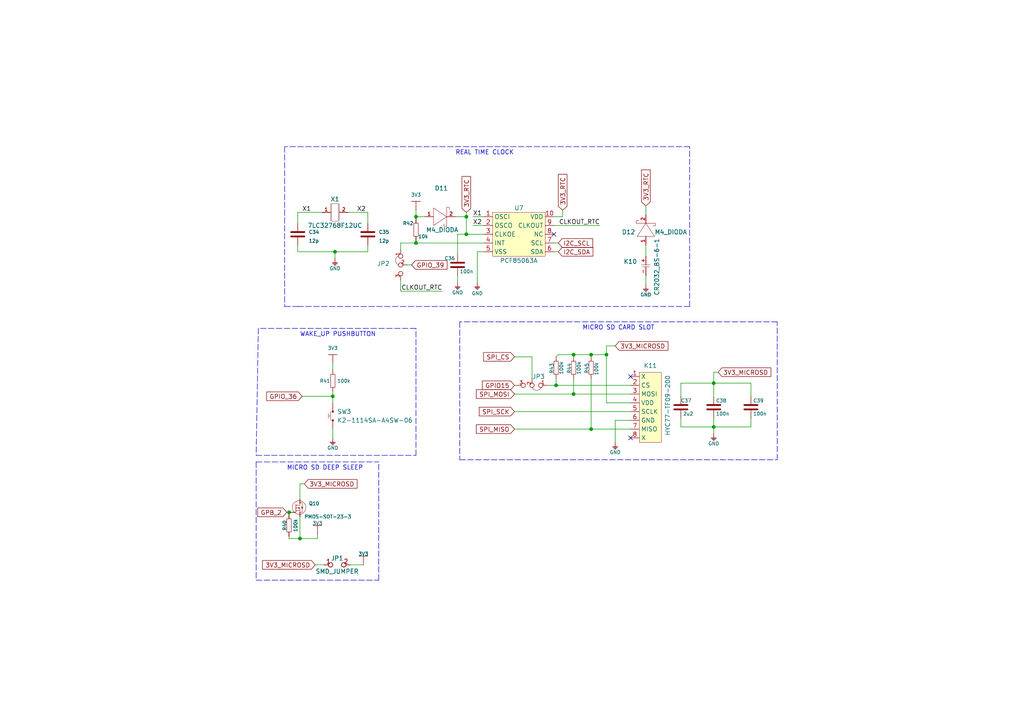
<source format=kicad_sch>
(kicad_sch (version 20211123) (generator eeschema)

  (uuid 79b7ef58-c688-4b2b-9457-04f0b32668ee)

  (paper "A4")

  (lib_symbols
    (symbol "e-radionica.com schematics:0603C" (pin_numbers hide) (pin_names (offset 0.002)) (in_bom yes) (on_board yes)
      (property "Reference" "C" (id 0) (at 0 3.81 0)
        (effects (font (size 1 1)))
      )
      (property "Value" "0603C" (id 1) (at 0 -3.175 0)
        (effects (font (size 1 1)))
      )
      (property "Footprint" "e-radionica.com footprinti:0603C" (id 2) (at 0.635 -4.445 0)
        (effects (font (size 1 1)) hide)
      )
      (property "Datasheet" "" (id 3) (at 0 0 0)
        (effects (font (size 1 1)) hide)
      )
      (symbol "0603C_0_1"
        (polyline
          (pts
            (xy -0.635 1.905)
            (xy -0.635 -1.905)
          )
          (stroke (width 0.5) (type default) (color 0 0 0 0))
          (fill (type none))
        )
        (polyline
          (pts
            (xy 0.635 1.905)
            (xy 0.635 -1.905)
          )
          (stroke (width 0.5) (type default) (color 0 0 0 0))
          (fill (type none))
        )
      )
      (symbol "0603C_1_1"
        (pin passive line (at -3.175 0 0) (length 2.54)
          (name "~" (effects (font (size 1.27 1.27))))
          (number "1" (effects (font (size 1.27 1.27))))
        )
        (pin passive line (at 3.175 0 180) (length 2.54)
          (name "~" (effects (font (size 1.27 1.27))))
          (number "2" (effects (font (size 1.27 1.27))))
        )
      )
    )
    (symbol "e-radionica.com schematics:0603R" (pin_numbers hide) (pin_names (offset 0.254)) (in_bom yes) (on_board yes)
      (property "Reference" "R" (id 0) (at 0 1.27 0)
        (effects (font (size 1 1)))
      )
      (property "Value" "0603R" (id 1) (at 0 -1.905 0)
        (effects (font (size 1 1)))
      )
      (property "Footprint" "e-radionica.com footprinti:0603R" (id 2) (at 0 -3.81 0)
        (effects (font (size 1 1)) hide)
      )
      (property "Datasheet" "" (id 3) (at -0.635 1.905 0)
        (effects (font (size 1 1)) hide)
      )
      (symbol "0603R_0_1"
        (rectangle (start -1.905 -0.635) (end 1.905 -0.6604)
          (stroke (width 0.1) (type default) (color 0 0 0 0))
          (fill (type none))
        )
        (rectangle (start -1.905 0.635) (end -1.8796 -0.635)
          (stroke (width 0.1) (type default) (color 0 0 0 0))
          (fill (type none))
        )
        (rectangle (start -1.905 0.635) (end 1.905 0.6096)
          (stroke (width 0.1) (type default) (color 0 0 0 0))
          (fill (type none))
        )
        (rectangle (start 1.905 0.635) (end 1.9304 -0.635)
          (stroke (width 0.1) (type default) (color 0 0 0 0))
          (fill (type none))
        )
      )
      (symbol "0603R_1_1"
        (pin passive line (at -3.175 0 0) (length 1.27)
          (name "~" (effects (font (size 1.27 1.27))))
          (number "1" (effects (font (size 1.27 1.27))))
        )
        (pin passive line (at 3.175 0 180) (length 1.27)
          (name "~" (effects (font (size 1.27 1.27))))
          (number "2" (effects (font (size 1.27 1.27))))
        )
      )
    )
    (symbol "e-radionica.com schematics:3V3" (power) (pin_names (offset 0)) (in_bom yes) (on_board yes)
      (property "Reference" "#PWR" (id 0) (at 4.445 0 0)
        (effects (font (size 1 1)) hide)
      )
      (property "Value" "3V3" (id 1) (at 0 3.556 0)
        (effects (font (size 1 1)))
      )
      (property "Footprint" "" (id 2) (at 4.445 3.81 0)
        (effects (font (size 1 1)) hide)
      )
      (property "Datasheet" "" (id 3) (at 4.445 3.81 0)
        (effects (font (size 1 1)) hide)
      )
      (property "ki_keywords" "power-flag" (id 4) (at 0 0 0)
        (effects (font (size 1.27 1.27)) hide)
      )
      (property "ki_description" "Power symbol creates a global label with name \"3V3\"" (id 5) (at 0 0 0)
        (effects (font (size 1.27 1.27)) hide)
      )
      (symbol "3V3_0_1"
        (polyline
          (pts
            (xy -1.27 2.54)
            (xy 1.27 2.54)
          )
          (stroke (width 0.16) (type default) (color 0 0 0 0))
          (fill (type none))
        )
        (polyline
          (pts
            (xy 0 0)
            (xy 0 2.54)
          )
          (stroke (width 0) (type default) (color 0 0 0 0))
          (fill (type none))
        )
      )
      (symbol "3V3_1_1"
        (pin power_in line (at 0 0 90) (length 0) hide
          (name "3V3" (effects (font (size 1.27 1.27))))
          (number "1" (effects (font (size 1.27 1.27))))
        )
      )
    )
    (symbol "e-radionica.com schematics:ABS07AIG-32.768KHZ-7-D-T" (in_bom yes) (on_board yes)
      (property "Reference" "X" (id 0) (at 0 3.81 0)
        (effects (font (size 1.27 1.27)))
      )
      (property "Value" "ABS07AIG-32.768KHZ-7-D-T" (id 1) (at 0 -3.81 0)
        (effects (font (size 1.27 1.27)))
      )
      (property "Footprint" "e-radionica.com footprinti:ABS07AIG-32.768KHZ-7-D-T" (id 2) (at 0 0 0)
        (effects (font (size 1.27 1.27)) hide)
      )
      (property "Datasheet" "" (id 3) (at 0 0 0)
        (effects (font (size 1.27 1.27)) hide)
      )
      (symbol "ABS07AIG-32.768KHZ-7-D-T_0_1"
        (polyline
          (pts
            (xy -1.27 2.54)
            (xy -1.27 -2.54)
          )
          (stroke (width 0.0006) (type default) (color 0 0 0 0))
          (fill (type none))
        )
        (polyline
          (pts
            (xy 1.27 2.54)
            (xy 1.27 -2.54)
            (xy 1.27 -1.27)
          )
          (stroke (width 0.0006) (type default) (color 0 0 0 0))
          (fill (type none))
        )
        (polyline
          (pts
            (xy -1.016 2.54)
            (xy -1.016 -2.54)
            (xy 1.016 -2.54)
            (xy 1.016 2.54)
            (xy -1.016 2.54)
            (xy 0.762 2.54)
          )
          (stroke (width 0.0006) (type default) (color 0 0 0 0))
          (fill (type none))
        )
      )
      (symbol "ABS07AIG-32.768KHZ-7-D-T_1_1"
        (pin passive line (at -3.81 0 0) (length 2.54)
          (name "~" (effects (font (size 1 1))))
          (number "1" (effects (font (size 1 1))))
        )
        (pin passive line (at 3.81 0 180) (length 2.54)
          (name "~" (effects (font (size 1 1))))
          (number "2" (effects (font (size 1 1))))
        )
      )
    )
    (symbol "e-radionica.com schematics:CR2032_BS-6-1" (in_bom yes) (on_board yes)
      (property "Reference" "K" (id 0) (at 0 2.54 0)
        (effects (font (size 1.27 1.27)))
      )
      (property "Value" "CR2032_BS-6-1" (id 1) (at 0 -2.54 0)
        (effects (font (size 1.27 1.27)))
      )
      (property "Footprint" "e-radionica.com footprinti:CR2032-BS-6-1" (id 2) (at 0 -5.08 0)
        (effects (font (size 1.27 1.27)) hide)
      )
      (property "Datasheet" "" (id 3) (at 0 0 0)
        (effects (font (size 1.27 1.27)) hide)
      )
      (property "ki_keywords" "CR2032 BS-6" (id 4) (at 0 0 0)
        (effects (font (size 1.27 1.27)) hide)
      )
      (property "ki_description" "CR2032 HOLDER" (id 5) (at 0 0 0)
        (effects (font (size 1.27 1.27)) hide)
      )
      (symbol "CR2032_BS-6-1_0_1"
        (polyline
          (pts
            (xy 0 -1.27)
            (xy 0 1.27)
            (xy 0 -0.762)
          )
          (stroke (width 0.1) (type default) (color 0 0 0 0))
          (fill (type none))
        )
        (polyline
          (pts
            (xy 0.508 1.016)
            (xy 0.508 -1.016)
            (xy 0.508 -0.762)
          )
          (stroke (width 0.1) (type default) (color 0 0 0 0))
          (fill (type none))
        )
      )
      (symbol "CR2032_BS-6-1_1_1"
        (pin input line (at -2.54 0 0) (length 2.54)
          (name "" (effects (font (size 1 1))))
          (number "+" (effects (font (size 1 1))))
        )
        (pin output line (at 3.175 0 180) (length 2.54)
          (name "" (effects (font (size 1 1))))
          (number "-" (effects (font (size 1 1))))
        )
      )
    )
    (symbol "e-radionica.com schematics:GND" (power) (pin_names (offset 0)) (in_bom yes) (on_board yes)
      (property "Reference" "#PWR" (id 0) (at 4.445 0 0)
        (effects (font (size 1 1)) hide)
      )
      (property "Value" "GND" (id 1) (at 0 -2.921 0)
        (effects (font (size 1 1)))
      )
      (property "Footprint" "" (id 2) (at 4.445 3.81 0)
        (effects (font (size 1 1)) hide)
      )
      (property "Datasheet" "" (id 3) (at 4.445 3.81 0)
        (effects (font (size 1 1)) hide)
      )
      (property "ki_keywords" "power-flag" (id 4) (at 0 0 0)
        (effects (font (size 1.27 1.27)) hide)
      )
      (property "ki_description" "Power symbol creates a global label with name \"GND\"" (id 5) (at 0 0 0)
        (effects (font (size 1.27 1.27)) hide)
      )
      (symbol "GND_0_1"
        (polyline
          (pts
            (xy -0.762 -1.27)
            (xy 0.762 -1.27)
          )
          (stroke (width 0.16) (type default) (color 0 0 0 0))
          (fill (type none))
        )
        (polyline
          (pts
            (xy -0.635 -1.524)
            (xy 0.635 -1.524)
          )
          (stroke (width 0.16) (type default) (color 0 0 0 0))
          (fill (type none))
        )
        (polyline
          (pts
            (xy -0.381 -1.778)
            (xy 0.381 -1.778)
          )
          (stroke (width 0.16) (type default) (color 0 0 0 0))
          (fill (type none))
        )
        (polyline
          (pts
            (xy -0.127 -2.032)
            (xy 0.127 -2.032)
          )
          (stroke (width 0.16) (type default) (color 0 0 0 0))
          (fill (type none))
        )
        (polyline
          (pts
            (xy 0 0)
            (xy 0 -1.27)
          )
          (stroke (width 0.16) (type default) (color 0 0 0 0))
          (fill (type none))
        )
      )
      (symbol "GND_1_1"
        (pin power_in line (at 0 0 270) (length 0) hide
          (name "GND" (effects (font (size 1.27 1.27))))
          (number "1" (effects (font (size 1.27 1.27))))
        )
      )
    )
    (symbol "e-radionica.com schematics:HYC77-TF09-200" (in_bom yes) (on_board yes)
      (property "Reference" "K" (id 0) (at 0 11.43 0)
        (effects (font (size 1.27 1.27)))
      )
      (property "Value" "HYC77-TF09-200" (id 1) (at 0 -11.43 0)
        (effects (font (size 1.27 1.27)))
      )
      (property "Footprint" "e-radionica.com footprinti:HYC77-TF09-200" (id 2) (at 0 -13.97 0)
        (effects (font (size 1.27 1.27)) hide)
      )
      (property "Datasheet" "" (id 3) (at -1.27 5.08 0)
        (effects (font (size 1.27 1.27)) hide)
      )
      (property "ki_keywords" "micro SD card holder" (id 4) (at 0 0 0)
        (effects (font (size 1.27 1.27)) hide)
      )
      (property "ki_description" "Micro SDcard holder" (id 5) (at 0 0 0)
        (effects (font (size 1.27 1.27)) hide)
      )
      (symbol "HYC77-TF09-200_0_1"
        (rectangle (start -2.54 10.16) (end 3.81 -10.16)
          (stroke (width 0.1) (type default) (color 0 0 0 0))
          (fill (type background))
        )
      )
      (symbol "HYC77-TF09-200_1_1"
        (pin bidirectional line (at -5.08 8.89 0) (length 2.54)
          (name "X" (effects (font (size 1.27 1.27))))
          (number "1" (effects (font (size 1.27 1.27))))
        )
        (pin bidirectional line (at -5.08 6.35 0) (length 2.54)
          (name "CS" (effects (font (size 1.27 1.27))))
          (number "2" (effects (font (size 1.27 1.27))))
        )
        (pin bidirectional line (at -5.08 3.81 0) (length 2.54)
          (name "MOSI" (effects (font (size 1.27 1.27))))
          (number "3" (effects (font (size 1.27 1.27))))
        )
        (pin bidirectional line (at -5.08 1.27 0) (length 2.54)
          (name "VDD" (effects (font (size 1.27 1.27))))
          (number "4" (effects (font (size 1.27 1.27))))
        )
        (pin bidirectional line (at -5.08 -1.27 0) (length 2.54)
          (name "SCLK" (effects (font (size 1.27 1.27))))
          (number "5" (effects (font (size 1.27 1.27))))
        )
        (pin bidirectional line (at -5.08 -3.81 0) (length 2.54)
          (name "GND" (effects (font (size 1.27 1.27))))
          (number "6" (effects (font (size 1.27 1.27))))
        )
        (pin bidirectional line (at -5.08 -6.35 0) (length 2.54)
          (name "MISO" (effects (font (size 1.27 1.27))))
          (number "7" (effects (font (size 1.27 1.27))))
        )
        (pin bidirectional line (at -5.08 -8.89 0) (length 2.54)
          (name "X" (effects (font (size 1.27 1.27))))
          (number "8" (effects (font (size 1.27 1.27))))
        )
      )
    )
    (symbol "e-radionica.com schematics:K2-1114SA-A4SW-06" (pin_numbers hide) (pin_names hide) (in_bom yes) (on_board yes)
      (property "Reference" "SW" (id 0) (at 0 2.54 0)
        (effects (font (size 1.27 1.27)))
      )
      (property "Value" "K2-1114SA-A4SW-06" (id 1) (at 0 -2.54 0)
        (effects (font (size 1.27 1.27)))
      )
      (property "Footprint" "e-radionica.com footprinti:K2-1114SA-A4SW-06" (id 2) (at 0 -5.08 0)
        (effects (font (size 1.27 1.27)) hide)
      )
      (property "Datasheet" "" (id 3) (at 1.27 17.78 0)
        (effects (font (size 1.27 1.27)) hide)
      )
      (symbol "K2-1114SA-A4SW-06_0_1"
        (circle (center -1.27 0) (radius 0.254)
          (stroke (width 0.001) (type default) (color 0 0 0 0))
          (fill (type outline))
        )
        (polyline
          (pts
            (xy -1.27 0.635)
            (xy 1.27 0.635)
          )
          (stroke (width 0.1) (type default) (color 0 0 0 0))
          (fill (type none))
        )
        (polyline
          (pts
            (xy 0 0.635)
            (xy 0 1.27)
          )
          (stroke (width 0.0006) (type default) (color 0 0 0 0))
          (fill (type none))
        )
        (polyline
          (pts
            (xy 0.635 1.27)
            (xy -0.635 1.27)
          )
          (stroke (width 0.1) (type default) (color 0 0 0 0))
          (fill (type none))
        )
        (circle (center 1.27 0) (radius 0.254)
          (stroke (width 0.001) (type default) (color 0 0 0 0))
          (fill (type outline))
        )
      )
      (symbol "K2-1114SA-A4SW-06_1_1"
        (pin passive line (at -3.81 0 0) (length 2.54)
          (name "~" (effects (font (size 1 1))))
          (number "1" (effects (font (size 1 1))))
        )
        (pin passive line (at 3.81 0 180) (length 2.54)
          (name "~" (effects (font (size 1 1))))
          (number "2" (effects (font (size 1 1))))
        )
      )
    )
    (symbol "e-radionica.com schematics:M4_DIODA" (pin_names hide) (in_bom yes) (on_board yes)
      (property "Reference" "D" (id 0) (at 0 3.81 0)
        (effects (font (size 1.27 1.27)))
      )
      (property "Value" "M4_DIODA" (id 1) (at 0 -4.572 0)
        (effects (font (size 1.27 1.27)))
      )
      (property "Footprint" "e-radionica.com footprinti:M4_DIODA" (id 2) (at 0 -6.35 0)
        (effects (font (size 1.27 1.27)) hide)
      )
      (property "Datasheet" "" (id 3) (at 0 0 0)
        (effects (font (size 1.27 1.27)) hide)
      )
      (symbol "M4_DIODA_0_1"
        (polyline
          (pts
            (xy -2.54 2.54)
            (xy -2.54 -2.54)
            (xy 1.27 0)
            (xy -2.54 2.54)
          )
          (stroke (width 0.1) (type default) (color 0 0 0 0))
          (fill (type none))
        )
        (polyline
          (pts
            (xy 1.27 2.794)
            (xy 1.27 -2.794)
            (xy 0.508 -2.794)
            (xy 0.508 -2.032)
          )
          (stroke (width 0.1) (type default) (color 0 0 0 0))
          (fill (type none))
        )
        (polyline
          (pts
            (xy 1.27 2.794)
            (xy 2.032 2.794)
            (xy 2.032 2.032)
            (xy 2.032 2.54)
          )
          (stroke (width 0.1) (type default) (color 0 0 0 0))
          (fill (type none))
        )
      )
      (symbol "M4_DIODA_1_1"
        (pin passive line (at -5.08 0 0) (length 2.54)
          (name "A" (effects (font (size 1 1))))
          (number "1" (effects (font (size 1 1))))
        )
        (pin passive line (at 3.81 0 180) (length 2.54)
          (name "K" (effects (font (size 1 1))))
          (number "2" (effects (font (size 1 1))))
        )
      )
    )
    (symbol "e-radionica.com schematics:PCF85063A" (in_bom yes) (on_board yes)
      (property "Reference" "U" (id 0) (at 0 7.62 0)
        (effects (font (size 1.27 1.27)))
      )
      (property "Value" "PCF85063A" (id 1) (at 0 -7.62 0)
        (effects (font (size 1.27 1.27)))
      )
      (property "Footprint" "e-radionica.com footprinti:PCF85063A" (id 2) (at 0 -10.16 0)
        (effects (font (size 1.27 1.27)) hide)
      )
      (property "Datasheet" "" (id 3) (at -6.35 2.54 0)
        (effects (font (size 1.27 1.27)) hide)
      )
      (symbol "PCF85063A_0_1"
        (rectangle (start -7.62 6.35) (end 7.62 -6.35)
          (stroke (width 0.1) (type default) (color 0 0 0 0))
          (fill (type background))
        )
      )
      (symbol "PCF85063A_1_1"
        (pin passive line (at -10.16 5.08 0) (length 2.54)
          (name "OSCI" (effects (font (size 1.27 1.27))))
          (number "1" (effects (font (size 1.27 1.27))))
        )
        (pin passive line (at 10.16 5.08 180) (length 2.54)
          (name "VDD" (effects (font (size 1.27 1.27))))
          (number "10" (effects (font (size 1.27 1.27))))
        )
        (pin passive line (at -10.16 2.54 0) (length 2.54)
          (name "OSCO" (effects (font (size 1.27 1.27))))
          (number "2" (effects (font (size 1.27 1.27))))
        )
        (pin passive line (at -10.16 0 0) (length 2.54)
          (name "CLKOE" (effects (font (size 1.27 1.27))))
          (number "3" (effects (font (size 1.27 1.27))))
        )
        (pin passive line (at -10.16 -2.54 0) (length 2.54)
          (name "INT" (effects (font (size 1.27 1.27))))
          (number "4" (effects (font (size 1.27 1.27))))
        )
        (pin passive line (at -10.16 -5.08 0) (length 2.54)
          (name "VSS" (effects (font (size 1.27 1.27))))
          (number "5" (effects (font (size 1.27 1.27))))
        )
        (pin passive line (at 10.16 -5.08 180) (length 2.54)
          (name "SDA" (effects (font (size 1.27 1.27))))
          (number "6" (effects (font (size 1.27 1.27))))
        )
        (pin passive line (at 10.16 -2.54 180) (length 2.54)
          (name "SCL" (effects (font (size 1.27 1.27))))
          (number "7" (effects (font (size 1.27 1.27))))
        )
        (pin passive line (at 10.16 0 180) (length 2.54)
          (name "NC" (effects (font (size 1.27 1.27))))
          (number "8" (effects (font (size 1.27 1.27))))
        )
        (pin passive line (at 10.16 2.54 180) (length 2.54)
          (name "CLKOUT" (effects (font (size 1.27 1.27))))
          (number "9" (effects (font (size 1.27 1.27))))
        )
      )
    )
    (symbol "e-radionica.com schematics:PMOS-SOT-23-3" (pin_numbers hide) (pin_names hide) (in_bom yes) (on_board yes)
      (property "Reference" "Q" (id 0) (at -1.27 2.54 0)
        (effects (font (size 1 1)))
      )
      (property "Value" "PMOS-SOT-23-3" (id 1) (at 0.381 -4.064 0)
        (effects (font (size 1 1)))
      )
      (property "Footprint" "e-radionica.com footprinti:SOT-23-3" (id 2) (at 1.27 -7.62 0)
        (effects (font (size 1 1)) hide)
      )
      (property "Datasheet" "" (id 3) (at 0 0 0)
        (effects (font (size 1 1)) hide)
      )
      (symbol "PMOS-SOT-23-3_0_1"
        (polyline
          (pts
            (xy 0 -1.27)
            (xy 0 1.016)
          )
          (stroke (width 0.1) (type default) (color 0 0 0 0))
          (fill (type none))
        )
        (polyline
          (pts
            (xy 0.254 -1.016)
            (xy 0.254 -0.508)
          )
          (stroke (width 0.1) (type default) (color 0 0 0 0))
          (fill (type none))
        )
        (polyline
          (pts
            (xy 0.254 -0.762)
            (xy 1.27 -0.762)
          )
          (stroke (width 0.1) (type default) (color 0 0 0 0))
          (fill (type none))
        )
        (polyline
          (pts
            (xy 0.254 -0.254)
            (xy 0.254 0.254)
          )
          (stroke (width 0.1) (type default) (color 0 0 0 0))
          (fill (type none))
        )
        (polyline
          (pts
            (xy 0.254 0.762)
            (xy 1.27 0.762)
          )
          (stroke (width 0.1) (type default) (color 0 0 0 0))
          (fill (type none))
        )
        (polyline
          (pts
            (xy 0.254 1.016)
            (xy 0.254 0.508)
          )
          (stroke (width 0.1) (type default) (color 0 0 0 0))
          (fill (type none))
        )
        (polyline
          (pts
            (xy 1.27 -1.27)
            (xy 1.27 -0.762)
          )
          (stroke (width 0.1) (type default) (color 0 0 0 0))
          (fill (type none))
        )
        (polyline
          (pts
            (xy 1.27 0.762)
            (xy 1.27 1.27)
          )
          (stroke (width 0.1) (type default) (color 0 0 0 0))
          (fill (type none))
        )
        (polyline
          (pts
            (xy 2.159 -0.127)
            (xy 1.651 -0.127)
          )
          (stroke (width 0.1) (type default) (color 0 0 0 0))
          (fill (type none))
        )
        (polyline
          (pts
            (xy 2.159 0.254)
            (xy 1.905 -0.127)
          )
          (stroke (width 0.1) (type default) (color 0 0 0 0))
          (fill (type none))
        )
        (polyline
          (pts
            (xy 0.254 0)
            (xy 1.27 0)
            (xy 1.27 -0.762)
          )
          (stroke (width 0.1) (type default) (color 0 0 0 0))
          (fill (type none))
        )
        (polyline
          (pts
            (xy 2.159 0.254)
            (xy 1.651 0.254)
            (xy 1.905 -0.127)
          )
          (stroke (width 0.1) (type default) (color 0 0 0 0))
          (fill (type none))
        )
        (polyline
          (pts
            (xy 1.143 0)
            (xy 0.889 -0.254)
            (xy 0.889 0.254)
            (xy 1.143 0)
          )
          (stroke (width 0.1) (type default) (color 0 0 0 0))
          (fill (type none))
        )
        (polyline
          (pts
            (xy 1.27 -1.27)
            (xy 1.905 -1.27)
            (xy 1.905 1.524)
            (xy 1.27 1.524)
          )
          (stroke (width 0.1) (type default) (color 0 0 0 0))
          (fill (type none))
        )
        (circle (center 1.016 0.127) (radius 1.9716)
          (stroke (width 0.1) (type default) (color 0 0 0 0))
          (fill (type none))
        )
      )
      (symbol "PMOS-SOT-23-3_1_1"
        (pin passive line (at -1.27 -1.27 0) (length 1.27)
          (name "G" (effects (font (size 1 1))))
          (number "1" (effects (font (size 1 1))))
        )
        (pin passive line (at 1.27 -2.54 90) (length 1.27)
          (name "S" (effects (font (size 1 1))))
          (number "2" (effects (font (size 1 1))))
        )
        (pin passive line (at 1.27 2.54 270) (length 1.27)
          (name "D" (effects (font (size 1 1))))
          (number "3" (effects (font (size 1 1))))
        )
      )
    )
    (symbol "e-radionica.com schematics:SMD_JUMPER" (in_bom yes) (on_board yes)
      (property "Reference" "JP" (id 0) (at 0 1.397 0)
        (effects (font (size 1.27 1.27)))
      )
      (property "Value" "SMD_JUMPER" (id 1) (at 0 -2.54 0)
        (effects (font (size 1.27 1.27)))
      )
      (property "Footprint" "e-radionica.com footprinti:SMD_JUMPER" (id 2) (at 0 -5.08 0)
        (effects (font (size 1.27 1.27)) hide)
      )
      (property "Datasheet" "" (id 3) (at 0 0 0)
        (effects (font (size 1.27 1.27)) hide)
      )
      (symbol "SMD_JUMPER_1_1"
        (pin passive inverted (at -3.81 0 0) (length 2.54)
          (name "" (effects (font (size 1.27 1.27))))
          (number "1" (effects (font (size 1.27 1.27))))
        )
        (pin passive inverted (at 3.81 0 180) (length 2.54)
          (name "" (effects (font (size 1.27 1.27))))
          (number "2" (effects (font (size 1.27 1.27))))
        )
      )
    )
    (symbol "e-radionica.com schematics:SMD_JUMPER_3_PAD_CONNECTED_LEFT_TRACE" (in_bom yes) (on_board yes)
      (property "Reference" "JP" (id 0) (at 0 3.81 0)
        (effects (font (size 1.27 1.27)))
      )
      (property "Value" "SMD_JUMPER_3_PAD_CONNECTED_LEFT_TRACE" (id 1) (at -1.27 -7.62 0)
        (effects (font (size 1.27 1.27)) hide)
      )
      (property "Footprint" "e-radionica.com footprinti:SMD_JUMPER_3_PAD_CONNECTED_LEFT_TRACE" (id 2) (at 2.54 -12.7 0)
        (effects (font (size 1.27 1.27)) hide)
      )
      (property "Datasheet" "" (id 3) (at 0 0 0)
        (effects (font (size 1.27 1.27)) hide)
      )
      (symbol "SMD_JUMPER_3_PAD_CONNECTED_LEFT_TRACE_0_1"
        (arc (start -0.635 0.5842) (mid -1.9346 1.472) (end -3.2512 0.6096)
          (stroke (width 0.1) (type default) (color 0 0 0 0))
          (fill (type none))
        )
      )
      (symbol "SMD_JUMPER_3_PAD_CONNECTED_LEFT_TRACE_1_1"
        (pin passive inverted (at -5.08 0 0) (length 2.54)
          (name "" (effects (font (size 1 1))))
          (number "1" (effects (font (size 1 1))))
        )
        (pin passive inverted (at -0.635 -1.905 90) (length 2.54)
          (name "" (effects (font (size 1 1))))
          (number "2" (effects (font (size 1 1))))
        )
        (pin passive inverted (at 3.81 0 180) (length 2.54)
          (name "" (effects (font (size 1 1))))
          (number "3" (effects (font (size 1 1))))
        )
      )
    )
  )

  (junction (at 171.45 102.87) (diameter 0) (color 0 0 0 0)
    (uuid 0bfd93fe-9500-4acd-80a7-b647ac07a905)
  )
  (junction (at 166.37 114.3) (diameter 0) (color 0 0 0 0)
    (uuid 0c232ead-ff27-47b2-991f-723c1611e9d3)
  )
  (junction (at 96.52 114.935) (diameter 0) (color 0 0 0 0)
    (uuid 175b7a4e-4fe5-451e-96bf-e549134ef222)
  )
  (junction (at 86.995 156.21) (diameter 0) (color 0 0 0 0)
    (uuid 24294bc2-630c-4f0e-8d41-9f47de48ff88)
  )
  (junction (at 135.255 67.945) (diameter 0) (color 0 0 0 0)
    (uuid 28153d2e-cfa9-4df4-a879-ddf4ff3bb449)
  )
  (junction (at 171.45 124.46) (diameter 0) (color 0 0 0 0)
    (uuid 3b6000f9-5eba-4ee8-ab75-c5e0c589f7ac)
  )
  (junction (at 161.29 111.76) (diameter 0) (color 0 0 0 0)
    (uuid 479b57c1-620b-4dc5-a605-591f34599c68)
  )
  (junction (at 120.65 70.485) (diameter 0) (color 0 0 0 0)
    (uuid 6572f79c-a891-4f99-8c41-8663cdb04a9d)
  )
  (junction (at 83.82 148.59) (diameter 0) (color 0 0 0 0)
    (uuid 9a116823-3062-4ebb-a389-3a5daafdc20f)
  )
  (junction (at 207.01 123.825) (diameter 0) (color 0 0 0 0)
    (uuid 9d228f62-3441-4ee7-b8d5-7566552a732f)
  )
  (junction (at 120.65 62.865) (diameter 0) (color 0 0 0 0)
    (uuid a9152ee2-f71f-4c34-b636-7b3714d79f79)
  )
  (junction (at 207.01 111.125) (diameter 0) (color 0 0 0 0)
    (uuid c6d43b06-1fac-498d-997e-e34f0d65fe4e)
  )
  (junction (at 97.155 73.025) (diameter 0) (color 0 0 0 0)
    (uuid d5391dc2-8479-40f0-bf3c-55209689384a)
  )
  (junction (at 135.255 62.865) (diameter 0) (color 0 0 0 0)
    (uuid d5d4d22f-257e-4876-9315-653778a1c943)
  )
  (junction (at 175.895 102.87) (diameter 0) (color 0 0 0 0)
    (uuid e1e607a1-8167-4d0d-93db-c92225fa10cf)
  )
  (junction (at 166.37 102.87) (diameter 0) (color 0 0 0 0)
    (uuid fb73a63a-1ab3-4f3e-9103-7d550dd00054)
  )

  (no_connect (at 182.88 109.22) (uuid 9dc26dd4-9485-4c89-8190-57f815ca67ec))
  (no_connect (at 160.655 67.945) (uuid c036b9c3-8cab-42f8-9045-7ea484b03c39))
  (no_connect (at 182.88 127) (uuid ceab70ac-d16e-4fdf-81b3-35dd4d8d0338))

  (polyline (pts (xy 133.35 133.35) (xy 225.425 133.35))
    (stroke (width 0) (type default) (color 0 0 0 0))
    (uuid 021edd5e-8afc-4d53-9fb0-2737fb1b2487)
  )

  (wire (pts (xy 140.335 67.945) (xy 135.255 67.945))
    (stroke (width 0) (type default) (color 0 0 0 0))
    (uuid 022141f8-8d34-42da-90a3-0e645e6a450a)
  )
  (wire (pts (xy 187.325 71.12) (xy 187.325 74.295))
    (stroke (width 0) (type default) (color 0 0 0 0))
    (uuid 0299734f-e7ce-4268-90db-3b03be888986)
  )
  (wire (pts (xy 187.325 59.69) (xy 187.325 62.23))
    (stroke (width 0) (type default) (color 0 0 0 0))
    (uuid 046e4368-b984-48aa-911f-9759a2878d09)
  )
  (wire (pts (xy 120.65 62.865) (xy 123.19 62.865))
    (stroke (width 0) (type default) (color 0 0 0 0))
    (uuid 07030f91-3374-4871-b526-4680a1f088d7)
  )
  (wire (pts (xy 161.29 109.855) (xy 161.29 111.76))
    (stroke (width 0) (type default) (color 0 0 0 0))
    (uuid 07c0e51c-bc6d-4ec3-9c64-de3992317ac5)
  )
  (wire (pts (xy 197.485 114.935) (xy 197.485 111.125))
    (stroke (width 0) (type default) (color 0 0 0 0))
    (uuid 099d516e-e276-4cb6-9b94-5e1ed717d739)
  )
  (wire (pts (xy 217.805 114.935) (xy 217.805 111.125))
    (stroke (width 0) (type default) (color 0 0 0 0))
    (uuid 0b838f41-52a5-4a39-8cde-32badf8b65cb)
  )
  (wire (pts (xy 149.225 114.3) (xy 166.37 114.3))
    (stroke (width 0) (type default) (color 0 0 0 0))
    (uuid 11f9f76f-c5b2-4717-9878-21dfb3028489)
  )
  (wire (pts (xy 96.52 113.665) (xy 96.52 114.935))
    (stroke (width 0) (type default) (color 0 0 0 0))
    (uuid 1523605c-ea7c-4638-9416-964bb1cbdd2a)
  )
  (wire (pts (xy 207.01 107.95) (xy 207.01 111.125))
    (stroke (width 0) (type default) (color 0 0 0 0))
    (uuid 194821cc-f831-4cfb-a53f-4c34ae368a9c)
  )
  (polyline (pts (xy 200.025 88.9) (xy 200.025 42.545))
    (stroke (width 0) (type default) (color 0 0 0 0))
    (uuid 1bc85c48-0f26-4152-ae91-3e00f58c1d12)
  )

  (wire (pts (xy 91.44 163.83) (xy 93.98 163.83))
    (stroke (width 0) (type default) (color 0 0 0 0))
    (uuid 224135e6-6691-4ff6-a48b-32bf5869dc61)
  )
  (wire (pts (xy 160.655 70.485) (xy 161.925 70.485))
    (stroke (width 0) (type default) (color 0 0 0 0))
    (uuid 25346446-69a2-4f4a-9516-e170aa397cfc)
  )
  (polyline (pts (xy 225.425 133.35) (xy 225.425 93.345))
    (stroke (width 0) (type default) (color 0 0 0 0))
    (uuid 25f6dad3-32fe-4ab0-9e52-2f71d68316ab)
  )
  (polyline (pts (xy 74.295 133.985) (xy 109.855 133.985))
    (stroke (width 0) (type default) (color 0 0 0 0))
    (uuid 26d3a537-f50d-4c9e-9836-6833fe80f5b7)
  )

  (wire (pts (xy 96.52 114.935) (xy 96.52 116.84))
    (stroke (width 0) (type default) (color 0 0 0 0))
    (uuid 2918ae1c-cd1d-4421-b73f-4bfbb5c5e58f)
  )
  (wire (pts (xy 207.01 121.285) (xy 207.01 123.825))
    (stroke (width 0) (type default) (color 0 0 0 0))
    (uuid 2a1d1e00-53ac-49b3-b15d-52f95724372a)
  )
  (polyline (pts (xy 120.65 95.25) (xy 74.93 95.25))
    (stroke (width 0) (type default) (color 0 0 0 0))
    (uuid 2e858d61-dc88-49dc-88ee-08a1697b33c4)
  )

  (wire (pts (xy 217.805 111.125) (xy 207.01 111.125))
    (stroke (width 0) (type default) (color 0 0 0 0))
    (uuid 2f170ebb-360f-4dbd-8da2-4df91f0461f5)
  )
  (wire (pts (xy 120.65 70.485) (xy 140.335 70.485))
    (stroke (width 0) (type default) (color 0 0 0 0))
    (uuid 31059eec-9b80-46c9-aee7-c2bcbf2b0cf6)
  )
  (wire (pts (xy 166.37 102.87) (xy 161.925 102.87))
    (stroke (width 0) (type default) (color 0 0 0 0))
    (uuid 31943843-ff6b-4e8d-ba9e-5a08a32613d6)
  )
  (wire (pts (xy 132.715 73.66) (xy 132.715 67.945))
    (stroke (width 0) (type default) (color 0 0 0 0))
    (uuid 32e6a5a4-1fa4-4793-9755-3191d7e9df29)
  )
  (wire (pts (xy 175.895 102.87) (xy 171.45 102.87))
    (stroke (width 0) (type default) (color 0 0 0 0))
    (uuid 34c38d6c-c5b9-403f-a5c8-c22f06a6a51a)
  )
  (polyline (pts (xy 82.55 88.9) (xy 86.36 88.9))
    (stroke (width 0) (type default) (color 0 0 0 0))
    (uuid 34c91376-048a-4b80-8f20-f96276b5b517)
  )

  (wire (pts (xy 83.82 148.59) (xy 84.455 148.59))
    (stroke (width 0) (type default) (color 0 0 0 0))
    (uuid 35260185-3102-4255-babc-a9eaa50bda4c)
  )
  (wire (pts (xy 120.65 62.865) (xy 120.65 63.5))
    (stroke (width 0) (type default) (color 0 0 0 0))
    (uuid 385a2703-9922-4002-8f38-8650ae08dcd3)
  )
  (wire (pts (xy 120.65 60.96) (xy 120.65 62.865))
    (stroke (width 0) (type default) (color 0 0 0 0))
    (uuid 3880c440-f073-47d9-bdbd-d895cd432479)
  )
  (wire (pts (xy 207.01 111.125) (xy 207.01 114.935))
    (stroke (width 0) (type default) (color 0 0 0 0))
    (uuid 39ea8354-b988-4ae4-8120-586a650b1c06)
  )
  (wire (pts (xy 96.52 105.41) (xy 96.52 107.315))
    (stroke (width 0) (type default) (color 0 0 0 0))
    (uuid 3cc4b45a-f617-4fdb-830a-b23bf86712bb)
  )
  (polyline (pts (xy 74.93 95.25) (xy 74.295 132.08))
    (stroke (width 0) (type default) (color 0 0 0 0))
    (uuid 41bf19e5-ee10-4b8e-866c-81d3fbc7a855)
  )

  (wire (pts (xy 137.16 65.405) (xy 140.335 65.405))
    (stroke (width 0) (type default) (color 0 0 0 0))
    (uuid 4c685ec1-d1f2-4b1e-927c-66c64910d336)
  )
  (wire (pts (xy 197.485 111.125) (xy 207.01 111.125))
    (stroke (width 0) (type default) (color 0 0 0 0))
    (uuid 4d65c1a8-6c7e-4b1c-bcef-ce44ed700799)
  )
  (wire (pts (xy 116.205 70.485) (xy 116.205 72.39))
    (stroke (width 0) (type default) (color 0 0 0 0))
    (uuid 500f88a1-b580-4031-bea2-920fca507813)
  )
  (wire (pts (xy 83.82 155.575) (xy 83.82 156.21))
    (stroke (width 0) (type default) (color 0 0 0 0))
    (uuid 51f238eb-7b21-4dff-9f4b-7bb089e3f107)
  )
  (wire (pts (xy 149.225 119.38) (xy 182.88 119.38))
    (stroke (width 0) (type default) (color 0 0 0 0))
    (uuid 52098279-4883-49d9-b9ae-9e36173f893a)
  )
  (wire (pts (xy 106.68 61.595) (xy 106.68 64.77))
    (stroke (width 0) (type default) (color 0 0 0 0))
    (uuid 57271134-89cc-43a3-bcbe-3db2b2f47419)
  )
  (wire (pts (xy 166.37 102.87) (xy 166.37 103.505))
    (stroke (width 0) (type default) (color 0 0 0 0))
    (uuid 58fab5e8-dbb6-49cd-92e0-2d929342f214)
  )
  (wire (pts (xy 217.805 123.825) (xy 207.01 123.825))
    (stroke (width 0) (type default) (color 0 0 0 0))
    (uuid 5af8f89d-8728-4988-b102-a7d3f77a94df)
  )
  (wire (pts (xy 96.52 124.46) (xy 96.52 127))
    (stroke (width 0) (type default) (color 0 0 0 0))
    (uuid 5c855e63-9620-4e4d-b3bf-69c44d17c48b)
  )
  (polyline (pts (xy 74.295 132.08) (xy 78.74 132.08))
    (stroke (width 0) (type default) (color 0 0 0 0))
    (uuid 5d2c4ce7-e8d1-4191-9989-c663d1615ee1)
  )

  (wire (pts (xy 86.36 71.12) (xy 86.36 73.025))
    (stroke (width 0) (type default) (color 0 0 0 0))
    (uuid 5f9e9107-8a03-4db3-9e55-353eecb021e2)
  )
  (wire (pts (xy 118.11 76.835) (xy 119.38 76.835))
    (stroke (width 0) (type default) (color 0 0 0 0))
    (uuid 61581764-8e24-4b43-b230-b417bbc4bb7d)
  )
  (wire (pts (xy 175.895 116.84) (xy 182.88 116.84))
    (stroke (width 0) (type default) (color 0 0 0 0))
    (uuid 61cb0366-eeb8-4f13-86b8-c1aed2be28a2)
  )
  (wire (pts (xy 166.37 114.3) (xy 182.88 114.3))
    (stroke (width 0) (type default) (color 0 0 0 0))
    (uuid 64beca30-17c8-418e-a066-2b823d61cab5)
  )
  (wire (pts (xy 101.6 163.83) (xy 105.41 163.83))
    (stroke (width 0) (type default) (color 0 0 0 0))
    (uuid 65c975de-5803-4f2e-bbc7-b6f3be8a4016)
  )
  (wire (pts (xy 132.715 67.945) (xy 135.255 67.945))
    (stroke (width 0) (type default) (color 0 0 0 0))
    (uuid 66cfe577-e8de-42cf-b73e-f2814d342ab1)
  )
  (polyline (pts (xy 109.855 168.275) (xy 109.855 133.985))
    (stroke (width 0) (type default) (color 0 0 0 0))
    (uuid 687e698a-3c58-4aed-ac2e-3ac71a662d1d)
  )

  (wire (pts (xy 182.88 121.92) (xy 178.435 121.92))
    (stroke (width 0) (type default) (color 0 0 0 0))
    (uuid 6dd652b7-95c3-4cc1-a9fe-776cfb239500)
  )
  (wire (pts (xy 135.255 62.865) (xy 132.08 62.865))
    (stroke (width 0) (type default) (color 0 0 0 0))
    (uuid 7156d6f1-f200-40f4-ba69-564d9a4f8398)
  )
  (wire (pts (xy 149.225 103.505) (xy 154.305 103.505))
    (stroke (width 0) (type default) (color 0 0 0 0))
    (uuid 736770b5-a55a-40cd-b551-982962d6315d)
  )
  (wire (pts (xy 149.225 111.76) (xy 149.86 111.76))
    (stroke (width 0) (type default) (color 0 0 0 0))
    (uuid 74a837ea-c05e-4b10-bbe8-45226ae36d46)
  )
  (wire (pts (xy 171.45 102.87) (xy 171.45 103.505))
    (stroke (width 0) (type default) (color 0 0 0 0))
    (uuid 75f44034-1669-48dc-b44c-bf2f918d9c95)
  )
  (wire (pts (xy 132.715 80.01) (xy 132.715 81.915))
    (stroke (width 0) (type default) (color 0 0 0 0))
    (uuid 775a04dd-538c-4f72-ac77-5578ee101ace)
  )
  (wire (pts (xy 171.45 109.855) (xy 171.45 124.46))
    (stroke (width 0) (type default) (color 0 0 0 0))
    (uuid 7a8139ac-3f5e-454a-8b2d-a8f0ed1a4359)
  )
  (wire (pts (xy 116.205 70.485) (xy 120.65 70.485))
    (stroke (width 0) (type default) (color 0 0 0 0))
    (uuid 7f15c180-5da6-4ced-9132-a6f4aff1eb8a)
  )
  (wire (pts (xy 163.195 62.865) (xy 160.655 62.865))
    (stroke (width 0) (type default) (color 0 0 0 0))
    (uuid 80e6af04-cadc-4713-97e5-b2b71569c8aa)
  )
  (polyline (pts (xy 78.74 132.08) (xy 120.65 132.08))
    (stroke (width 0) (type default) (color 0 0 0 0))
    (uuid 83931e81-8f99-4c48-9ed3-c3fbac1e0a9e)
  )

  (wire (pts (xy 86.995 144.78) (xy 86.995 140.335))
    (stroke (width 0) (type default) (color 0 0 0 0))
    (uuid 84d42205-c4f4-4134-9485-3c4723d20ada)
  )
  (wire (pts (xy 116.205 84.455) (xy 128.27 84.455))
    (stroke (width 0) (type default) (color 0 0 0 0))
    (uuid 85300cdf-c607-4823-812b-51b9daf69205)
  )
  (wire (pts (xy 175.895 100.33) (xy 175.895 102.87))
    (stroke (width 0) (type default) (color 0 0 0 0))
    (uuid 85d5be9c-8b88-4195-b374-bd7ddf4b511a)
  )
  (wire (pts (xy 100.965 61.595) (xy 106.68 61.595))
    (stroke (width 0) (type default) (color 0 0 0 0))
    (uuid 89254956-7aec-4519-a998-daf648f32b36)
  )
  (wire (pts (xy 120.65 69.85) (xy 120.65 70.485))
    (stroke (width 0) (type default) (color 0 0 0 0))
    (uuid 8bb498a4-4d1d-4535-929d-3354e1ed1ba0)
  )
  (wire (pts (xy 106.68 71.12) (xy 106.68 73.025))
    (stroke (width 0) (type default) (color 0 0 0 0))
    (uuid 8e842d8e-1073-4239-a75d-d47c1ac84e59)
  )
  (wire (pts (xy 171.45 124.46) (xy 182.88 124.46))
    (stroke (width 0) (type default) (color 0 0 0 0))
    (uuid 8ff41200-ce1f-4439-b1f1-51e0abfe233b)
  )
  (wire (pts (xy 217.805 121.285) (xy 217.805 123.825))
    (stroke (width 0) (type default) (color 0 0 0 0))
    (uuid 913055ff-2cbc-4b69-9e4e-178953de2935)
  )
  (wire (pts (xy 86.995 149.86) (xy 86.995 156.21))
    (stroke (width 0) (type default) (color 0 0 0 0))
    (uuid 93560d8b-324d-48b8-8c36-c324eb8c3321)
  )
  (wire (pts (xy 92.075 154.94) (xy 92.075 156.21))
    (stroke (width 0) (type default) (color 0 0 0 0))
    (uuid 961cfa52-a3c8-4923-a533-c9f7a6f7b287)
  )
  (polyline (pts (xy 86.36 88.9) (xy 200.025 88.9))
    (stroke (width 0) (type default) (color 0 0 0 0))
    (uuid 971557a1-62ef-4347-9743-1213d5fbc8ec)
  )

  (wire (pts (xy 138.43 73.025) (xy 138.43 81.915))
    (stroke (width 0) (type default) (color 0 0 0 0))
    (uuid 972ce374-ddbf-4a74-bf04-f08ffb5ea531)
  )
  (wire (pts (xy 187.325 80.01) (xy 187.325 82.55))
    (stroke (width 0) (type default) (color 0 0 0 0))
    (uuid 973a96ee-87ab-40e0-9d81-fee90e96f229)
  )
  (wire (pts (xy 86.36 73.025) (xy 97.155 73.025))
    (stroke (width 0) (type default) (color 0 0 0 0))
    (uuid 986dfb7d-78ea-4a62-ada3-f32fd8972f71)
  )
  (wire (pts (xy 86.36 61.595) (xy 93.345 61.595))
    (stroke (width 0) (type default) (color 0 0 0 0))
    (uuid 99f8249d-bc91-4c8c-81e6-7fbe3e7acbea)
  )
  (wire (pts (xy 149.225 124.46) (xy 171.45 124.46))
    (stroke (width 0) (type default) (color 0 0 0 0))
    (uuid 9a9706e9-2249-4feb-8529-868c9d31337c)
  )
  (polyline (pts (xy 120.65 132.08) (xy 120.65 95.25))
    (stroke (width 0) (type default) (color 0 0 0 0))
    (uuid 9c1adfe4-75ab-4ee7-bf92-028c30eb5e77)
  )

  (wire (pts (xy 160.655 73.025) (xy 161.925 73.025))
    (stroke (width 0) (type default) (color 0 0 0 0))
    (uuid a271df3e-5e5f-4364-a505-889a3660e683)
  )
  (wire (pts (xy 154.305 103.505) (xy 154.305 109.855))
    (stroke (width 0) (type default) (color 0 0 0 0))
    (uuid a59c8517-8848-4632-8ac2-155fd7ff97e8)
  )
  (wire (pts (xy 83.185 148.59) (xy 83.82 148.59))
    (stroke (width 0) (type default) (color 0 0 0 0))
    (uuid a6fc0c22-c885-4e00-8ab3-f79173758d52)
  )
  (wire (pts (xy 178.435 121.92) (xy 178.435 128.27))
    (stroke (width 0) (type default) (color 0 0 0 0))
    (uuid a8e5adf8-9f44-4be1-95be-1c3fd055aafe)
  )
  (wire (pts (xy 158.75 111.76) (xy 161.29 111.76))
    (stroke (width 0) (type default) (color 0 0 0 0))
    (uuid a9382ea2-294f-4223-b5b9-0e54ba0c2d1f)
  )
  (wire (pts (xy 197.485 121.285) (xy 197.485 123.825))
    (stroke (width 0) (type default) (color 0 0 0 0))
    (uuid accb7f40-c69c-4068-949b-3d9ed94fde88)
  )
  (wire (pts (xy 86.995 140.335) (xy 88.265 140.335))
    (stroke (width 0) (type default) (color 0 0 0 0))
    (uuid adbb8177-11ed-40bd-a140-733be88b8fb5)
  )
  (wire (pts (xy 140.335 73.025) (xy 138.43 73.025))
    (stroke (width 0) (type default) (color 0 0 0 0))
    (uuid af70ab66-c277-48d2-ab59-793b0ff1f480)
  )
  (polyline (pts (xy 74.295 168.275) (xy 109.855 168.275))
    (stroke (width 0) (type default) (color 0 0 0 0))
    (uuid b0537131-ecc3-4f4d-aedc-dfc5a1b2bcf5)
  )

  (wire (pts (xy 175.895 102.87) (xy 175.895 116.84))
    (stroke (width 0) (type default) (color 0 0 0 0))
    (uuid b1300ccb-8e26-4d21-ba55-a8bd9118d132)
  )
  (wire (pts (xy 208.28 107.95) (xy 207.01 107.95))
    (stroke (width 0) (type default) (color 0 0 0 0))
    (uuid b60ab39e-b91c-46da-a218-1bde1c671f3c)
  )
  (wire (pts (xy 86.36 61.595) (xy 86.36 64.77))
    (stroke (width 0) (type default) (color 0 0 0 0))
    (uuid b628063e-f057-41de-9ad8-ada4b2a490c3)
  )
  (wire (pts (xy 171.45 102.87) (xy 166.37 102.87))
    (stroke (width 0) (type default) (color 0 0 0 0))
    (uuid be88972d-4d83-4691-8d68-e497f358f616)
  )
  (wire (pts (xy 83.82 156.21) (xy 86.995 156.21))
    (stroke (width 0) (type default) (color 0 0 0 0))
    (uuid bee3d6f5-d8b9-48e1-8bfc-06267bac1261)
  )
  (wire (pts (xy 163.195 60.96) (xy 163.195 62.865))
    (stroke (width 0) (type default) (color 0 0 0 0))
    (uuid c10e758a-d7ae-44ab-9846-48ff36379a84)
  )
  (wire (pts (xy 83.82 148.59) (xy 83.82 149.225))
    (stroke (width 0) (type default) (color 0 0 0 0))
    (uuid c1e8bd28-de0b-4af5-bc0b-f8b383939079)
  )
  (wire (pts (xy 87.63 114.935) (xy 96.52 114.935))
    (stroke (width 0) (type default) (color 0 0 0 0))
    (uuid c2533ac3-7cc4-463b-a5d8-6502914ea948)
  )
  (wire (pts (xy 197.485 123.825) (xy 207.01 123.825))
    (stroke (width 0) (type default) (color 0 0 0 0))
    (uuid c5040175-c825-46e4-9966-c3a8d9d43b4c)
  )
  (wire (pts (xy 161.29 111.76) (xy 182.88 111.76))
    (stroke (width 0) (type default) (color 0 0 0 0))
    (uuid c8c10140-e177-4280-aa2a-e387dab9e61f)
  )
  (polyline (pts (xy 200.025 42.545) (xy 82.55 42.545))
    (stroke (width 0) (type default) (color 0 0 0 0))
    (uuid c964b1ac-c358-44a8-924c-07487a919c1d)
  )

  (wire (pts (xy 161.925 102.87) (xy 161.29 103.505))
    (stroke (width 0) (type default) (color 0 0 0 0))
    (uuid cf1c9b88-c7bc-4e15-af29-a72228b9ae7d)
  )
  (polyline (pts (xy 225.425 93.345) (xy 133.35 93.345))
    (stroke (width 0) (type default) (color 0 0 0 0))
    (uuid cf9eeffc-a0ca-4676-8e37-4b8f3921cd8b)
  )

  (wire (pts (xy 166.37 109.855) (xy 166.37 114.3))
    (stroke (width 0) (type default) (color 0 0 0 0))
    (uuid da07d4c0-a63c-4cb3-971e-5a45cbde941a)
  )
  (wire (pts (xy 97.155 73.025) (xy 106.68 73.025))
    (stroke (width 0) (type default) (color 0 0 0 0))
    (uuid e1b364bc-2b1e-4ae5-bd47-7bc3e19d0e3c)
  )
  (wire (pts (xy 135.255 61.595) (xy 135.255 62.865))
    (stroke (width 0) (type default) (color 0 0 0 0))
    (uuid e674a1f8-e258-416d-854b-de328d4eb0fb)
  )
  (wire (pts (xy 97.155 73.025) (xy 97.155 74.93))
    (stroke (width 0) (type default) (color 0 0 0 0))
    (uuid ea5a2eb9-1611-438f-8370-f29ebb1c6f70)
  )
  (wire (pts (xy 137.16 62.865) (xy 140.335 62.865))
    (stroke (width 0) (type default) (color 0 0 0 0))
    (uuid f0da8069-fe0c-4df4-9130-1d78fc827c2e)
  )
  (wire (pts (xy 175.895 100.33) (xy 178.435 100.33))
    (stroke (width 0) (type default) (color 0 0 0 0))
    (uuid f2028f13-4c3d-4620-9dea-cd8e691f6d0a)
  )
  (wire (pts (xy 160.655 65.405) (xy 173.99 65.405))
    (stroke (width 0) (type default) (color 0 0 0 0))
    (uuid f26255a2-94a9-4a2b-a725-369b191b24c3)
  )
  (polyline (pts (xy 74.295 133.985) (xy 74.295 168.275))
    (stroke (width 0) (type default) (color 0 0 0 0))
    (uuid f28af7b5-e2ac-408f-a3eb-48837c538977)
  )

  (wire (pts (xy 92.075 156.21) (xy 86.995 156.21))
    (stroke (width 0) (type default) (color 0 0 0 0))
    (uuid f2ff1bb2-ee08-476e-8230-d3e355e4ac56)
  )
  (wire (pts (xy 116.205 81.28) (xy 116.205 84.455))
    (stroke (width 0) (type default) (color 0 0 0 0))
    (uuid f9452a20-200e-4a4e-9c76-830276bcaf68)
  )
  (polyline (pts (xy 133.35 93.345) (xy 133.35 133.35))
    (stroke (width 0) (type default) (color 0 0 0 0))
    (uuid fa66e208-5eed-4f7a-bc51-9dc27e3270c4)
  )
  (polyline (pts (xy 82.55 42.545) (xy 82.55 88.9))
    (stroke (width 0) (type default) (color 0 0 0 0))
    (uuid fab300bf-4947-493f-996c-75d81885e93d)
  )

  (wire (pts (xy 135.255 67.945) (xy 135.255 62.865))
    (stroke (width 0) (type default) (color 0 0 0 0))
    (uuid fe2db9ad-f0c7-42ab-88bb-bff9dd2658c2)
  )
  (wire (pts (xy 207.01 125.73) (xy 207.01 123.825))
    (stroke (width 0) (type default) (color 0 0 0 0))
    (uuid fff10bda-c7c1-45a0-a75b-9114de6fb192)
  )

  (text "WAKE_UP PUSHBUTTON" (at 86.995 97.79 0)
    (effects (font (size 1.27 1.27)) (justify left bottom))
    (uuid 3ad2b82e-b34e-4186-bb64-b696ec9af188)
  )
  (text "MICRO SD DEEP SLEEP\n" (at 83.185 136.525 0)
    (effects (font (size 1.27 1.27)) (justify left bottom))
    (uuid 79f5d39e-9879-4f93-9b2d-d6b6687945ec)
  )
  (text "MICRO SD CARD SLOT" (at 168.91 95.885 0)
    (effects (font (size 1.27 1.27)) (justify left bottom))
    (uuid 7d6fa513-46a3-45fa-bfe8-7784dee686d7)
  )
  (text "REAL TIME CLOCK" (at 132.08 45.085 0)
    (effects (font (size 1.27 1.27)) (justify left bottom))
    (uuid a6bf676f-300c-4b96-87ae-c4dfce7f6c63)
  )

  (label "X2" (at 103.505 61.595 0)
    (effects (font (size 1.27 1.27)) (justify left bottom))
    (uuid 05a98581-655e-4410-92cc-acc1d7b00d50)
  )
  (label "X1" (at 87.63 61.595 0)
    (effects (font (size 1.27 1.27)) (justify left bottom))
    (uuid 7dd183e4-02d4-4a85-9b90-27c37f3cf645)
  )
  (label "X2" (at 137.16 65.405 0)
    (effects (font (size 1.27 1.27)) (justify left bottom))
    (uuid ac5dc4e9-f67a-4503-956c-fb747a610e50)
  )
  (label "CLKOUT_RTC" (at 173.99 65.405 180)
    (effects (font (size 1.27 1.27)) (justify right bottom))
    (uuid d392667f-19e4-4aad-bb0a-7be00a71fe90)
  )
  (label "X1" (at 137.16 62.865 0)
    (effects (font (size 1.27 1.27)) (justify left bottom))
    (uuid eeccfb67-7296-437a-a5af-13af5c4b54d2)
  )
  (label "CLKOUT_RTC" (at 128.27 84.455 180)
    (effects (font (size 1.27 1.27)) (justify right bottom))
    (uuid fe4c25b2-5a9c-4d32-88c5-e30c1a5ef03b)
  )

  (global_label "SPI_MOSI" (shape input) (at 149.225 114.3 180) (fields_autoplaced)
    (effects (font (size 1.27 1.27)) (justify right))
    (uuid 019beefe-cb5a-43bd-b8e5-ce918ac07c2b)
    (property "Intersheet References" "${INTERSHEET_REFS}" (id 0) (at 138.1638 114.2206 0)
      (effects (font (size 1.27 1.27)) (justify right) hide)
    )
  )
  (global_label "GPIO15" (shape input) (at 149.225 111.76 180) (fields_autoplaced)
    (effects (font (size 1.27 1.27)) (justify right))
    (uuid 0e6a8b3b-96e5-4326-ae25-b72c10e788d2)
    (property "Intersheet References" "${INTERSHEET_REFS}" (id 0) (at 139.9176 111.6806 0)
      (effects (font (size 1.27 1.27)) (justify right) hide)
    )
  )
  (global_label "I2C_SDA" (shape input) (at 161.925 73.025 0) (fields_autoplaced)
    (effects (font (size 1.27 1.27)) (justify left))
    (uuid 29b0cc6e-6b8e-4697-b89e-6e80a640baef)
    (property "Intersheet References" "${INTERSHEET_REFS}" (id 0) (at 171.9581 72.9456 0)
      (effects (font (size 1.27 1.27)) (justify left) hide)
    )
  )
  (global_label "SPI_CS" (shape input) (at 149.225 103.505 180) (fields_autoplaced)
    (effects (font (size 1.27 1.27)) (justify right))
    (uuid 4222c71a-c5ee-4cc4-9900-764057b83081)
    (property "Intersheet References" "${INTERSHEET_REFS}" (id 0) (at 140.2805 103.4256 0)
      (effects (font (size 1.27 1.27)) (justify right) hide)
    )
  )
  (global_label "SPI_MISO" (shape input) (at 149.225 124.46 180) (fields_autoplaced)
    (effects (font (size 1.27 1.27)) (justify right))
    (uuid 6141450e-8891-4e46-a481-d7396799fbbe)
    (property "Intersheet References" "${INTERSHEET_REFS}" (id 0) (at 138.1638 124.3806 0)
      (effects (font (size 1.27 1.27)) (justify right) hide)
    )
  )
  (global_label "3V3_RTC" (shape input) (at 187.325 59.69 90) (fields_autoplaced)
    (effects (font (size 1.27 1.27)) (justify left))
    (uuid 6efd5fe8-eb9f-4886-b777-391c59a72758)
    (property "Intersheet References" "${INTERSHEET_REFS}" (id 0) (at 187.2456 49.294 90)
      (effects (font (size 1.27 1.27)) (justify left) hide)
    )
  )
  (global_label "3V3_RTC" (shape input) (at 163.195 60.96 90) (fields_autoplaced)
    (effects (font (size 1.27 1.27)) (justify left))
    (uuid 9c8a9efe-6b90-497f-baa0-5232f133ccf9)
    (property "Intersheet References" "${INTERSHEET_REFS}" (id 0) (at 163.1156 50.564 90)
      (effects (font (size 1.27 1.27)) (justify left) hide)
    )
  )
  (global_label "3V3_RTC" (shape input) (at 135.255 61.595 90) (fields_autoplaced)
    (effects (font (size 1.27 1.27)) (justify left))
    (uuid a142aa42-fa2e-49f8-91f9-6ab5f50a969e)
    (property "Intersheet References" "${INTERSHEET_REFS}" (id 0) (at 135.1756 51.199 90)
      (effects (font (size 1.27 1.27)) (justify left) hide)
    )
  )
  (global_label "3V3_MICROSD" (shape input) (at 208.28 107.95 0) (fields_autoplaced)
    (effects (font (size 1.27 1.27)) (justify left))
    (uuid abd404e6-9915-40c7-be16-589c3e60c395)
    (property "Intersheet References" "${INTERSHEET_REFS}" (id 0) (at 223.5745 107.8706 0)
      (effects (font (size 1.27 1.27)) (justify left) hide)
    )
  )
  (global_label "3V3_MICROSD" (shape input) (at 88.265 140.335 0) (fields_autoplaced)
    (effects (font (size 1.27 1.27)) (justify left))
    (uuid c0fb482c-49fa-4b85-9e7c-79a8a21663ab)
    (property "Intersheet References" "${INTERSHEET_REFS}" (id 0) (at 103.5595 140.2556 0)
      (effects (font (size 1.27 1.27)) (justify left) hide)
    )
  )
  (global_label "SPI_SCK" (shape input) (at 149.225 119.38 180) (fields_autoplaced)
    (effects (font (size 1.27 1.27)) (justify right))
    (uuid c92e1fdc-d041-4160-ac3f-2caf34b428aa)
    (property "Intersheet References" "${INTERSHEET_REFS}" (id 0) (at 139.0105 119.3006 0)
      (effects (font (size 1.27 1.27)) (justify right) hide)
    )
  )
  (global_label "3V3_MICROSD" (shape input) (at 91.44 163.83 180) (fields_autoplaced)
    (effects (font (size 1.27 1.27)) (justify right))
    (uuid d0e2b213-ef2f-40f2-b3ef-b100cb12562d)
    (property "Intersheet References" "${INTERSHEET_REFS}" (id 0) (at 76.1455 163.9094 0)
      (effects (font (size 1.27 1.27)) (justify right) hide)
    )
  )
  (global_label "GPIO_39" (shape input) (at 119.38 76.835 0) (fields_autoplaced)
    (effects (font (size 1.27 1.27)) (justify left))
    (uuid dc194d2b-725f-4fb8-adf9-e3a758e28d1a)
    (property "Intersheet References" "${INTERSHEET_REFS}" (id 0) (at 129.655 76.7556 0)
      (effects (font (size 1.27 1.27)) (justify left) hide)
    )
  )
  (global_label "GPB_2" (shape input) (at 83.185 148.59 180) (fields_autoplaced)
    (effects (font (size 1.27 1.27)) (justify right))
    (uuid dc6589bd-840d-4fdd-95c4-2d35717b2cb9)
    (property "Intersheet References" "${INTERSHEET_REFS}" (id 0) (at 74.7848 148.6694 0)
      (effects (font (size 1.27 1.27)) (justify right) hide)
    )
  )
  (global_label "3V3_MICROSD" (shape input) (at 178.435 100.33 0) (fields_autoplaced)
    (effects (font (size 1.27 1.27)) (justify left))
    (uuid f54dc136-c575-4976-9789-e77b4b403fe8)
    (property "Intersheet References" "${INTERSHEET_REFS}" (id 0) (at 193.7295 100.2506 0)
      (effects (font (size 1.27 1.27)) (justify left) hide)
    )
  )
  (global_label "I2C_SCL" (shape input) (at 161.925 70.485 0) (fields_autoplaced)
    (effects (font (size 1.27 1.27)) (justify left))
    (uuid fd50e7af-3214-4c15-b588-3d8eb21338eb)
    (property "Intersheet References" "${INTERSHEET_REFS}" (id 0) (at 171.8976 70.4056 0)
      (effects (font (size 1.27 1.27)) (justify left) hide)
    )
  )
  (global_label "GPIO_36" (shape input) (at 87.63 114.935 180) (fields_autoplaced)
    (effects (font (size 1.27 1.27)) (justify right))
    (uuid ff3098cb-10c3-45fb-9636-54d8b588213a)
    (property "Intersheet References" "${INTERSHEET_REFS}" (id 0) (at 77.355 115.0144 0)
      (effects (font (size 1.27 1.27)) (justify right) hide)
    )
  )

  (symbol (lib_id "e-radionica.com schematics:M4_DIODA") (at 187.325 66.04 90) (unit 1)
    (in_bom yes) (on_board yes)
    (uuid 07989982-11c0-4533-a5d7-3a797538abbd)
    (property "Reference" "D12" (id 0) (at 180.34 67.31 90)
      (effects (font (size 1.27 1.27)) (justify right))
    )
    (property "Value" "M4_DIODA" (id 1) (at 189.865 67.31 90)
      (effects (font (size 1.27 1.27)) (justify right))
    )
    (property "Footprint" "e-radionica.com footprinti:M4_DIODA" (id 2) (at 193.675 66.04 0)
      (effects (font (size 1.27 1.27)) hide)
    )
    (property "Datasheet" "" (id 3) (at 187.325 66.04 0)
      (effects (font (size 1.27 1.27)) hide)
    )
    (pin "1" (uuid 7343e337-e8a7-4587-a4dd-406e619f42f0))
    (pin "2" (uuid 50808b62-cf6d-4959-b6da-07572fb26109))
  )

  (symbol (lib_id "e-radionica.com schematics:0603R") (at 171.45 106.68 90) (unit 1)
    (in_bom yes) (on_board yes)
    (uuid 142aa7fc-df04-4591-903e-0ca677f18a63)
    (property "Reference" "R45" (id 0) (at 170.18 105.283 0)
      (effects (font (size 1 1)) (justify right))
    )
    (property "Value" "100k" (id 1) (at 172.974 105.029 0)
      (effects (font (size 1 1)) (justify right))
    )
    (property "Footprint" "e-radionica.com footprinti:0603R" (id 2) (at 175.26 106.68 0)
      (effects (font (size 1 1)) hide)
    )
    (property "Datasheet" "" (id 3) (at 169.545 107.315 0)
      (effects (font (size 1 1)) hide)
    )
    (pin "1" (uuid 4b9481c9-71d1-415b-8725-7b5e30522c79))
    (pin "2" (uuid a11d1c45-fedf-451d-9581-72f961081ba4))
  )

  (symbol (lib_id "e-radionica.com schematics:0603R") (at 120.65 66.675 90) (unit 1)
    (in_bom yes) (on_board yes)
    (uuid 26ec95e5-74d6-41db-aaac-cf2fc6f05a41)
    (property "Reference" "R42" (id 0) (at 116.84 64.77 90)
      (effects (font (size 1 1)) (justify right))
    )
    (property "Value" "10k" (id 1) (at 121.285 68.58 90)
      (effects (font (size 1 1)) (justify right))
    )
    (property "Footprint" "e-radionica.com footprinti:0603R" (id 2) (at 124.46 66.675 0)
      (effects (font (size 1 1)) hide)
    )
    (property "Datasheet" "" (id 3) (at 118.745 67.31 0)
      (effects (font (size 1 1)) hide)
    )
    (pin "1" (uuid d9a348bd-712b-46d6-bc8a-e222c1dc52d6))
    (pin "2" (uuid 303b0b54-1069-46de-baec-e5b8248bc73c))
  )

  (symbol (lib_id "e-radionica.com schematics:GND") (at 187.325 82.55 0) (unit 1)
    (in_bom yes) (on_board yes)
    (uuid 3c2a320b-f5d0-4862-857c-2c92384ec7a7)
    (property "Reference" "#PWR0212" (id 0) (at 191.77 82.55 0)
      (effects (font (size 1 1)) hide)
    )
    (property "Value" "GND" (id 1) (at 187.325 85.471 0)
      (effects (font (size 1 1)))
    )
    (property "Footprint" "" (id 2) (at 191.77 78.74 0)
      (effects (font (size 1 1)) hide)
    )
    (property "Datasheet" "" (id 3) (at 191.77 78.74 0)
      (effects (font (size 1 1)) hide)
    )
    (pin "1" (uuid 1b22f428-6439-4f4a-ae56-b3f61ad2a858))
  )

  (symbol (lib_id "e-radionica.com schematics:0603R") (at 83.82 152.4 90) (unit 1)
    (in_bom yes) (on_board yes)
    (uuid 3c64af4c-cab7-43b3-a15a-a34d35d20e28)
    (property "Reference" "R40" (id 0) (at 82.55 152.4 0)
      (effects (font (size 1 1)))
    )
    (property "Value" "100k" (id 1) (at 85.725 152.4 0)
      (effects (font (size 1 1)))
    )
    (property "Footprint" "e-radionica.com footprinti:0603R" (id 2) (at 87.63 152.4 0)
      (effects (font (size 1 1)) hide)
    )
    (property "Datasheet" "" (id 3) (at 81.915 153.035 0)
      (effects (font (size 1 1)) hide)
    )
    (pin "1" (uuid c087a724-3a04-4d4f-9fee-0dd29ff559a1))
    (pin "2" (uuid 4b16fb99-7202-43c6-bbf4-63b3a2f163a5))
  )

  (symbol (lib_id "e-radionica.com schematics:SMD_JUMPER_3_PAD_CONNECTED_LEFT_TRACE") (at 116.205 77.47 90) (mirror x) (unit 1)
    (in_bom yes) (on_board yes) (fields_autoplaced)
    (uuid 4216b63a-18e3-47cd-affd-30e8522977a6)
    (property "Reference" "JP2" (id 0) (at 113.03 76.4543 90)
      (effects (font (size 1.27 1.27)) (justify left))
    )
    (property "Value" "SMD_JUMPER_3_PAD_CONNECTED_LEFT_TRACE" (id 1) (at 123.825 76.2 0)
      (effects (font (size 1.27 1.27)) hide)
    )
    (property "Footprint" "e-radionica.com footprinti:SMD_JUMPER_3_PAD_CONNECTED_LEFT_TRACE" (id 2) (at 128.905 80.01 0)
      (effects (font (size 1.27 1.27)) hide)
    )
    (property "Datasheet" "" (id 3) (at 116.205 77.47 0)
      (effects (font (size 1.27 1.27)) hide)
    )
    (pin "1" (uuid 802ff80f-2a8b-4d99-a591-ddd7ba7922f8))
    (pin "2" (uuid 13ed509a-e4a4-472b-90f2-a86632fe9bd4))
    (pin "3" (uuid fbfcc47c-3f76-4a7b-b636-35fbd08ae409))
  )

  (symbol (lib_id "e-radionica.com schematics:0603R") (at 161.29 106.68 90) (unit 1)
    (in_bom yes) (on_board yes)
    (uuid 479a109e-2ca2-42bd-b073-9c81239c843f)
    (property "Reference" "R43" (id 0) (at 160.02 105.283 0)
      (effects (font (size 1 1)) (justify right))
    )
    (property "Value" "100k" (id 1) (at 162.814 104.775 0)
      (effects (font (size 1 1)) (justify right))
    )
    (property "Footprint" "e-radionica.com footprinti:0603R" (id 2) (at 165.1 106.68 0)
      (effects (font (size 1 1)) hide)
    )
    (property "Datasheet" "" (id 3) (at 159.385 107.315 0)
      (effects (font (size 1 1)) hide)
    )
    (pin "1" (uuid 4e2e79b5-ffd1-45e6-aebe-7448f3b02d57))
    (pin "2" (uuid 93bcd706-8bfe-4e0c-b9c7-dd83cd825d8b))
  )

  (symbol (lib_id "e-radionica.com schematics:0603R") (at 166.37 106.68 90) (unit 1)
    (in_bom yes) (on_board yes)
    (uuid 690ce19f-a6f0-4782-86ec-7cdc7de5cfdc)
    (property "Reference" "R44" (id 0) (at 165.1 105.283 0)
      (effects (font (size 1 1)) (justify right))
    )
    (property "Value" "100k" (id 1) (at 167.894 104.775 0)
      (effects (font (size 1 1)) (justify right))
    )
    (property "Footprint" "e-radionica.com footprinti:0603R" (id 2) (at 170.18 106.68 0)
      (effects (font (size 1 1)) hide)
    )
    (property "Datasheet" "" (id 3) (at 164.465 107.315 0)
      (effects (font (size 1 1)) hide)
    )
    (pin "1" (uuid fc3883aa-5ce8-4bff-a306-fd954bf98a8b))
    (pin "2" (uuid b949808a-6187-4716-bc29-dc2d3b46e25c))
  )

  (symbol (lib_id "e-radionica.com schematics:PMOS-SOT-23-3") (at 85.725 147.32 0) (unit 1)
    (in_bom yes) (on_board yes)
    (uuid 729059e9-bc3a-48c6-babf-d2ad1674f630)
    (property "Reference" "Q10" (id 0) (at 89.535 146.05 0)
      (effects (font (size 1 1)) (justify left))
    )
    (property "Value" "PMOS-SOT-23-3" (id 1) (at 88.265 149.86 0)
      (effects (font (size 1 1)) (justify left))
    )
    (property "Footprint" "e-radionica.com footprinti:SOT-23-3" (id 2) (at 86.995 154.94 0)
      (effects (font (size 1 1)) hide)
    )
    (property "Datasheet" "" (id 3) (at 85.725 147.32 0)
      (effects (font (size 1 1)) hide)
    )
    (pin "1" (uuid 06bf6181-0bfd-462d-a63b-b2ed51a3f62e))
    (pin "2" (uuid 348f29cd-068e-4363-9c21-09b34e523a46))
    (pin "3" (uuid 3e6e600e-7353-49a0-a699-401951558ef0))
  )

  (symbol (lib_id "e-radionica.com schematics:CR2032_BS-6-1") (at 187.325 76.835 270) (unit 1)
    (in_bom yes) (on_board yes)
    (uuid 757e374a-ea92-43a3-af10-d4b4fe720e20)
    (property "Reference" "K10" (id 0) (at 184.785 75.8574 90)
      (effects (font (size 1.27 1.27)) (justify right))
    )
    (property "Value" "CR2032_BS-6-1" (id 1) (at 190.5 85.725 0)
      (effects (font (size 1.27 1.27)) (justify right))
    )
    (property "Footprint" "e-radionica.com footprinti:CR2032-BS-6-1" (id 2) (at 182.245 76.835 0)
      (effects (font (size 1.27 1.27)) hide)
    )
    (property "Datasheet" "" (id 3) (at 187.325 76.835 0)
      (effects (font (size 1.27 1.27)) hide)
    )
    (pin "+" (uuid dfc87556-b2bb-4dbf-8334-68530c96fea7))
    (pin "-" (uuid b45a048f-61b3-4996-93b6-d001e1b43420))
  )

  (symbol (lib_id "e-radionica.com schematics:0603C") (at 132.715 76.835 90) (unit 1)
    (in_bom yes) (on_board yes)
    (uuid 75d9af13-01ba-4d72-a872-78f20ae4ceba)
    (property "Reference" "C36" (id 0) (at 128.905 74.93 90)
      (effects (font (size 1 1)) (justify right))
    )
    (property "Value" "100n" (id 1) (at 133.35 78.74 90)
      (effects (font (size 1 1)) (justify right))
    )
    (property "Footprint" "e-radionica.com footprinti:0603C" (id 2) (at 137.16 76.2 0)
      (effects (font (size 1 1)) hide)
    )
    (property "Datasheet" "" (id 3) (at 132.715 76.835 0)
      (effects (font (size 1 1)) hide)
    )
    (pin "1" (uuid 5bff61fd-00db-4ad6-b9ef-e6f90557062e))
    (pin "2" (uuid 091bc32a-5b5e-4aa8-bc5a-2ae1b1ce1be2))
  )

  (symbol (lib_id "e-radionica.com schematics:M4_DIODA") (at 128.27 62.865 0) (unit 1)
    (in_bom yes) (on_board yes)
    (uuid 7822d692-f84e-48d3-b391-95ebb55e8374)
    (property "Reference" "D11" (id 0) (at 128.016 54.61 0))
    (property "Value" "M4_DIODA" (id 1) (at 128.27 66.675 0))
    (property "Footprint" "e-radionica.com footprinti:M4_DIODA" (id 2) (at 128.27 69.215 0)
      (effects (font (size 1.27 1.27)) hide)
    )
    (property "Datasheet" "" (id 3) (at 128.27 62.865 0)
      (effects (font (size 1.27 1.27)) hide)
    )
    (pin "1" (uuid 58c663fd-628e-403b-bc01-68959655d25a))
    (pin "2" (uuid a58e3649-3941-4b71-99d9-1ee80b9af459))
  )

  (symbol (lib_id "e-radionica.com schematics:PCF85063A") (at 150.495 67.945 0) (unit 1)
    (in_bom yes) (on_board yes)
    (uuid 787418be-0092-4279-8545-12220276d986)
    (property "Reference" "U7" (id 0) (at 150.495 60.325 0))
    (property "Value" "PCF85063A" (id 1) (at 150.495 75.565 0))
    (property "Footprint" "e-radionica.com footprinti:PCF85063A" (id 2) (at 150.495 78.105 0)
      (effects (font (size 1.27 1.27)) hide)
    )
    (property "Datasheet" "" (id 3) (at 144.145 65.405 0)
      (effects (font (size 1.27 1.27)) hide)
    )
    (pin "1" (uuid e9e9413c-4c15-4b29-95ff-1217dc324315))
    (pin "10" (uuid 2f58647a-2c7a-4701-a70b-206e779624c7))
    (pin "2" (uuid 00850c2f-ed9c-4a38-825c-79ff3e0e384f))
    (pin "3" (uuid 545079d8-8238-4da7-bd79-be4c559031d3))
    (pin "4" (uuid 5654c544-b986-4a43-b9b9-aa2a3ca34520))
    (pin "5" (uuid 184dc02e-fb04-4cba-8f70-e17372f0406e))
    (pin "6" (uuid b33b3979-aaa1-4e3a-803f-ce0aa093911e))
    (pin "7" (uuid 48483c65-c34c-4b05-9975-200b7fe4e187))
    (pin "8" (uuid a6cd5059-059a-4b4b-aa0e-0de33046b00d))
    (pin "9" (uuid 6c939d4f-b569-48fc-be89-e09281d02f4f))
  )

  (symbol (lib_id "e-radionica.com schematics:GND") (at 97.155 74.93 0) (unit 1)
    (in_bom yes) (on_board yes)
    (uuid 7bcbc864-f0ab-4c4d-aaaf-e543fa3c149e)
    (property "Reference" "#PWR0215" (id 0) (at 101.6 74.93 0)
      (effects (font (size 1 1)) hide)
    )
    (property "Value" "GND" (id 1) (at 97.155 77.851 0)
      (effects (font (size 1 1)))
    )
    (property "Footprint" "" (id 2) (at 101.6 71.12 0)
      (effects (font (size 1 1)) hide)
    )
    (property "Datasheet" "" (id 3) (at 101.6 71.12 0)
      (effects (font (size 1 1)) hide)
    )
    (pin "1" (uuid 24056ac8-2a59-4ee8-a2d3-859e5c70eb17))
  )

  (symbol (lib_id "e-radionica.com schematics:0603C") (at 197.485 118.11 90) (unit 1)
    (in_bom yes) (on_board yes)
    (uuid 7c99a412-5109-45c0-9f58-dd9dd27487a6)
    (property "Reference" "C37" (id 0) (at 197.485 116.205 90)
      (effects (font (size 1 1)) (justify right))
    )
    (property "Value" "2u2" (id 1) (at 198.12 120.015 90)
      (effects (font (size 1 1)) (justify right))
    )
    (property "Footprint" "e-radionica.com footprinti:0603C" (id 2) (at 201.93 117.475 0)
      (effects (font (size 1 1)) hide)
    )
    (property "Datasheet" "" (id 3) (at 197.485 118.11 0)
      (effects (font (size 1 1)) hide)
    )
    (pin "1" (uuid a26f6da9-29db-45d7-b90d-d2e142768520))
    (pin "2" (uuid 3e7127c2-d0b7-4913-822d-aae30697e295))
  )

  (symbol (lib_id "e-radionica.com schematics:3V3") (at 120.65 60.96 0) (unit 1)
    (in_bom yes) (on_board yes) (fields_autoplaced)
    (uuid 847a330e-2d75-4e2f-ba38-870df0ec637a)
    (property "Reference" "#PWR0216" (id 0) (at 125.095 60.96 0)
      (effects (font (size 1 1)) hide)
    )
    (property "Value" "3V3" (id 1) (at 120.65 56.515 0)
      (effects (font (size 1 1)))
    )
    (property "Footprint" "" (id 2) (at 125.095 57.15 0)
      (effects (font (size 1 1)) hide)
    )
    (property "Datasheet" "" (id 3) (at 125.095 57.15 0)
      (effects (font (size 1 1)) hide)
    )
    (pin "1" (uuid 3f04fa07-16ae-498b-9f3e-6d9d67452171))
  )

  (symbol (lib_id "e-radionica.com schematics:0603R") (at 96.52 110.49 90) (unit 1)
    (in_bom yes) (on_board yes)
    (uuid 855aa236-2f98-4afd-b046-6d93ff0f0447)
    (property "Reference" "R41" (id 0) (at 92.71 110.49 90)
      (effects (font (size 1 1)) (justify right))
    )
    (property "Value" "100k" (id 1) (at 97.79 110.49 90)
      (effects (font (size 1 1)) (justify right))
    )
    (property "Footprint" "e-radionica.com footprinti:0603R" (id 2) (at 100.33 110.49 0)
      (effects (font (size 1 1)) hide)
    )
    (property "Datasheet" "" (id 3) (at 94.615 111.125 0)
      (effects (font (size 1 1)) hide)
    )
    (pin "1" (uuid 486a8960-d5f8-4b1e-a0a2-c935786dc9c4))
    (pin "2" (uuid e3d07834-2fcf-4e8b-abc8-5664ffc26744))
  )

  (symbol (lib_id "e-radionica.com schematics:K2-1114SA-A4SW-06") (at 96.52 120.65 90) (unit 1)
    (in_bom yes) (on_board yes) (fields_autoplaced)
    (uuid 885a813b-5a68-45b3-9e0b-3046fc309677)
    (property "Reference" "SW3" (id 0) (at 97.79 119.3799 90)
      (effects (font (size 1.27 1.27)) (justify right))
    )
    (property "Value" "K2-1114SA-A4SW-06" (id 1) (at 97.79 121.9199 90)
      (effects (font (size 1.27 1.27)) (justify right))
    )
    (property "Footprint" "e-radionica.com footprinti:K2-1114SA-A4SW-06" (id 2) (at 101.6 120.65 0)
      (effects (font (size 1.27 1.27)) hide)
    )
    (property "Datasheet" "" (id 3) (at 78.74 119.38 0)
      (effects (font (size 1.27 1.27)) hide)
    )
    (pin "1" (uuid 2a061c50-a272-4413-b046-4d17368ebbe4))
    (pin "2" (uuid 336281c9-33fb-4b5f-bf17-c32ec83b1d27))
  )

  (symbol (lib_id "e-radionica.com schematics:GND") (at 207.01 125.73 0) (unit 1)
    (in_bom yes) (on_board yes)
    (uuid 8aea6299-5ef3-4b41-971f-67a15bb1916c)
    (property "Reference" "#PWR0207" (id 0) (at 211.455 125.73 0)
      (effects (font (size 1 1)) hide)
    )
    (property "Value" "GND" (id 1) (at 207.01 128.651 0)
      (effects (font (size 1 1)))
    )
    (property "Footprint" "" (id 2) (at 211.455 121.92 0)
      (effects (font (size 1 1)) hide)
    )
    (property "Datasheet" "" (id 3) (at 211.455 121.92 0)
      (effects (font (size 1 1)) hide)
    )
    (pin "1" (uuid c5a4ad0f-b834-4c2e-8cfa-e7de84351d55))
  )

  (symbol (lib_id "e-radionica.com schematics:0603C") (at 207.01 118.11 90) (unit 1)
    (in_bom yes) (on_board yes)
    (uuid 9de1e6d6-1838-4e2b-8a47-dfa396b0b240)
    (property "Reference" "C38" (id 0) (at 207.645 116.205 90)
      (effects (font (size 1 1)) (justify right))
    )
    (property "Value" "100n" (id 1) (at 207.645 120.015 90)
      (effects (font (size 1 1)) (justify right))
    )
    (property "Footprint" "e-radionica.com footprinti:0603C" (id 2) (at 211.455 117.475 0)
      (effects (font (size 1 1)) hide)
    )
    (property "Datasheet" "" (id 3) (at 207.01 118.11 0)
      (effects (font (size 1 1)) hide)
    )
    (pin "1" (uuid 857e1729-d3b3-41ed-bde5-6607e52f7dc9))
    (pin "2" (uuid 4580f70c-61dd-44eb-b2bc-98e85b70ae0e))
  )

  (symbol (lib_id "e-radionica.com schematics:SMD_JUMPER") (at 97.79 163.83 0) (unit 1)
    (in_bom yes) (on_board yes)
    (uuid a03dba9c-c6f1-4ae1-bfc8-c911d413ecfd)
    (property "Reference" "JP1" (id 0) (at 97.79 161.925 0))
    (property "Value" "SMD_JUMPER" (id 1) (at 97.79 165.735 0))
    (property "Footprint" "e-radionica.com footprinti:SMD_JUMPER" (id 2) (at 97.79 168.91 0)
      (effects (font (size 1.27 1.27)) hide)
    )
    (property "Datasheet" "" (id 3) (at 97.79 163.83 0)
      (effects (font (size 1.27 1.27)) hide)
    )
    (pin "1" (uuid 83f57604-0861-4b5e-8aad-308f32062878))
    (pin "2" (uuid 3268eae3-fbbf-4a90-b372-1290fcba51dd))
  )

  (symbol (lib_id "e-radionica.com schematics:GND") (at 138.43 81.915 0) (unit 1)
    (in_bom yes) (on_board yes)
    (uuid a674ff9c-545f-42ef-be64-453a34f51cf9)
    (property "Reference" "#PWR0213" (id 0) (at 142.875 81.915 0)
      (effects (font (size 1 1)) hide)
    )
    (property "Value" "GND" (id 1) (at 138.43 85.09 0)
      (effects (font (size 1 1)))
    )
    (property "Footprint" "" (id 2) (at 142.875 78.105 0)
      (effects (font (size 1 1)) hide)
    )
    (property "Datasheet" "" (id 3) (at 142.875 78.105 0)
      (effects (font (size 1 1)) hide)
    )
    (pin "1" (uuid 27e8be65-30d6-4747-ad46-185503eae59b))
  )

  (symbol (lib_id "e-radionica.com schematics:3V3") (at 105.41 163.83 0) (unit 1)
    (in_bom yes) (on_board yes)
    (uuid abac3446-35de-4a5e-a253-703dbf466e00)
    (property "Reference" "#PWR0208" (id 0) (at 109.855 163.83 0)
      (effects (font (size 1 1)) hide)
    )
    (property "Value" "3V3" (id 1) (at 105.41 160.655 0)
      (effects (font (size 1 1)))
    )
    (property "Footprint" "" (id 2) (at 109.855 160.02 0)
      (effects (font (size 1 1)) hide)
    )
    (property "Datasheet" "" (id 3) (at 109.855 160.02 0)
      (effects (font (size 1 1)) hide)
    )
    (pin "1" (uuid bb840c84-49dd-4505-88c3-946da67e2549))
  )

  (symbol (lib_id "e-radionica.com schematics:0603C") (at 106.68 67.945 90) (unit 1)
    (in_bom yes) (on_board yes) (fields_autoplaced)
    (uuid af2b9dba-5470-4f2f-85c2-ba1d2e7d4ea0)
    (property "Reference" "C35" (id 0) (at 109.855 67.31 90)
      (effects (font (size 1 1)) (justify right))
    )
    (property "Value" "12p" (id 1) (at 109.855 69.85 90)
      (effects (font (size 1 1)) (justify right))
    )
    (property "Footprint" "e-radionica.com footprinti:0603C" (id 2) (at 111.125 67.31 0)
      (effects (font (size 1 1)) hide)
    )
    (property "Datasheet" "" (id 3) (at 106.68 67.945 0)
      (effects (font (size 1 1)) hide)
    )
    (pin "1" (uuid 69135ead-09c2-4e17-800d-f38f88ab4b8b))
    (pin "2" (uuid a5b70efa-7361-4b41-8416-aa01cb7f6007))
  )

  (symbol (lib_id "e-radionica.com schematics:GND") (at 132.715 81.915 0) (unit 1)
    (in_bom yes) (on_board yes)
    (uuid b39aea19-498d-41fd-92d5-f0272719f98e)
    (property "Reference" "#PWR0214" (id 0) (at 137.16 81.915 0)
      (effects (font (size 1 1)) hide)
    )
    (property "Value" "GND" (id 1) (at 132.715 84.836 0)
      (effects (font (size 1 1)))
    )
    (property "Footprint" "" (id 2) (at 137.16 78.105 0)
      (effects (font (size 1 1)) hide)
    )
    (property "Datasheet" "" (id 3) (at 137.16 78.105 0)
      (effects (font (size 1 1)) hide)
    )
    (pin "1" (uuid 6ee9047d-704c-4879-a87f-7ead43821ece))
  )

  (symbol (lib_id "e-radionica.com schematics:0603C") (at 217.805 118.11 90) (unit 1)
    (in_bom yes) (on_board yes)
    (uuid b86a2327-48d3-4896-be9d-866a786669d8)
    (property "Reference" "C39" (id 0) (at 218.44 116.205 90)
      (effects (font (size 1 1)) (justify right))
    )
    (property "Value" "100n" (id 1) (at 218.44 120.015 90)
      (effects (font (size 1 1)) (justify right))
    )
    (property "Footprint" "e-radionica.com footprinti:0603C" (id 2) (at 222.25 117.475 0)
      (effects (font (size 1 1)) hide)
    )
    (property "Datasheet" "" (id 3) (at 217.805 118.11 0)
      (effects (font (size 1 1)) hide)
    )
    (pin "1" (uuid 3607af78-2dd7-4a90-89d7-4b2e9f8676fb))
    (pin "2" (uuid 76aa41a2-440e-4270-876c-7d94e4b7b1d7))
  )

  (symbol (lib_id "e-radionica.com schematics:GND") (at 178.435 128.27 0) (unit 1)
    (in_bom yes) (on_board yes)
    (uuid bdbdc928-0239-40ec-b7d1-bef4daba432a)
    (property "Reference" "#PWR0206" (id 0) (at 182.88 128.27 0)
      (effects (font (size 1 1)) hide)
    )
    (property "Value" "GND" (id 1) (at 178.435 131.191 0)
      (effects (font (size 1 1)))
    )
    (property "Footprint" "" (id 2) (at 182.88 124.46 0)
      (effects (font (size 1 1)) hide)
    )
    (property "Datasheet" "" (id 3) (at 182.88 124.46 0)
      (effects (font (size 1 1)) hide)
    )
    (pin "1" (uuid 31731fd6-1ca9-48c5-b9fa-62018c2b142d))
  )

  (symbol (lib_id "e-radionica.com schematics:3V3") (at 92.075 154.94 0) (unit 1)
    (in_bom yes) (on_board yes)
    (uuid bf96aa92-fef1-4317-bcdf-e998b8ba397b)
    (property "Reference" "#PWR0209" (id 0) (at 96.52 154.94 0)
      (effects (font (size 1 1)) hide)
    )
    (property "Value" "3V3" (id 1) (at 92.075 151.765 0)
      (effects (font (size 1 1)))
    )
    (property "Footprint" "" (id 2) (at 96.52 151.13 0)
      (effects (font (size 1 1)) hide)
    )
    (property "Datasheet" "" (id 3) (at 96.52 151.13 0)
      (effects (font (size 1 1)) hide)
    )
    (pin "1" (uuid 763371e2-b71e-41aa-b4a6-3f785fcd06f8))
  )

  (symbol (lib_id "e-radionica.com schematics:SMD_JUMPER_3_PAD_CONNECTED_LEFT_TRACE") (at 153.67 111.76 180) (unit 1)
    (in_bom yes) (on_board yes)
    (uuid c2227985-bf10-4b93-bcba-72ef1df3ea8f)
    (property "Reference" "JP3" (id 0) (at 156.21 109.22 0))
    (property "Value" "SMD_JUMPER_3_PAD_CONNECTED_LEFT_TRACE" (id 1) (at 154.94 104.14 0)
      (effects (font (size 1.27 1.27)) hide)
    )
    (property "Footprint" "e-radionica.com footprinti:SMD_JUMPER_3_PAD_CONNECTED_LEFT_TRACE" (id 2) (at 151.13 99.06 0)
      (effects (font (size 1.27 1.27)) hide)
    )
    (property "Datasheet" "" (id 3) (at 153.67 111.76 0)
      (effects (font (size 1.27 1.27)) hide)
    )
    (pin "1" (uuid 7e2955a3-176c-4cb2-8edc-9b6e93f8502a))
    (pin "2" (uuid 18d21f2d-3278-4516-a4c6-a0a1d38458fe))
    (pin "3" (uuid 3f312daf-7169-46ef-9d64-16340b65a34f))
  )

  (symbol (lib_id "e-radionica.com schematics:HYC77-TF09-200") (at 187.96 118.11 0) (unit 1)
    (in_bom yes) (on_board yes)
    (uuid d2205077-f555-4d06-8b71-1eef02ea7c12)
    (property "Reference" "K11" (id 0) (at 186.69 106.045 0)
      (effects (font (size 1.27 1.27)) (justify left))
    )
    (property "Value" "HYC77-TF09-200" (id 1) (at 193.675 126.365 90)
      (effects (font (size 1.27 1.27)) (justify left))
    )
    (property "Footprint" "e-radionica.com footprinti:HYC77-TF09-200" (id 2) (at 187.96 132.08 0)
      (effects (font (size 1.27 1.27)) hide)
    )
    (property "Datasheet" "" (id 3) (at 186.69 113.03 0)
      (effects (font (size 1.27 1.27)) hide)
    )
    (pin "1" (uuid 0c274db7-e9b2-46f5-a2f7-6c16f7c12d3a))
    (pin "2" (uuid 60c345ef-c94c-426b-bdc8-20c3bfd87892))
    (pin "3" (uuid bcf73b6c-56a9-4328-aa79-2dcc31a7330f))
    (pin "4" (uuid d51131fe-3f89-4f90-88bc-726db7601d66))
    (pin "5" (uuid 873e8961-a908-45ac-bc91-33cb6fdb06a7))
    (pin "6" (uuid 621e96ba-a160-4d72-8360-484db0c21a3e))
    (pin "7" (uuid bcc6f02b-1768-4467-8f74-0951fa710452))
    (pin "8" (uuid fbc995df-239b-4245-9f11-6ad46bdd0468))
  )

  (symbol (lib_id "e-radionica.com schematics:0603C") (at 86.36 67.945 90) (unit 1)
    (in_bom yes) (on_board yes) (fields_autoplaced)
    (uuid d459f929-b80a-4bd9-aecf-3012ec1f42fe)
    (property "Reference" "C34" (id 0) (at 89.535 67.31 90)
      (effects (font (size 1 1)) (justify right))
    )
    (property "Value" "12p" (id 1) (at 89.535 69.85 90)
      (effects (font (size 1 1)) (justify right))
    )
    (property "Footprint" "e-radionica.com footprinti:0603C" (id 2) (at 90.805 67.31 0)
      (effects (font (size 1 1)) hide)
    )
    (property "Datasheet" "" (id 3) (at 86.36 67.945 0)
      (effects (font (size 1 1)) hide)
    )
    (pin "1" (uuid eec0630c-8bd0-4097-8c76-5d31252c1d2f))
    (pin "2" (uuid 3b774825-88a2-4f9a-af94-2d62fd88d461))
  )

  (symbol (lib_id "e-radionica.com schematics:3V3") (at 96.52 105.41 0) (unit 1)
    (in_bom yes) (on_board yes) (fields_autoplaced)
    (uuid ea72d0b6-1438-4168-bb7f-26314307e9fb)
    (property "Reference" "#PWR0211" (id 0) (at 100.965 105.41 0)
      (effects (font (size 1 1)) hide)
    )
    (property "Value" "3V3" (id 1) (at 96.52 100.965 0)
      (effects (font (size 1 1)))
    )
    (property "Footprint" "" (id 2) (at 100.965 101.6 0)
      (effects (font (size 1 1)) hide)
    )
    (property "Datasheet" "" (id 3) (at 100.965 101.6 0)
      (effects (font (size 1 1)) hide)
    )
    (pin "1" (uuid f38de4e7-e8a3-4730-a4f7-7561488289ce))
  )

  (symbol (lib_id "e-radionica.com schematics:ABS07AIG-32.768KHZ-7-D-T") (at 97.155 61.595 0) (unit 1)
    (in_bom yes) (on_board yes)
    (uuid eb10f6e2-c30c-41de-85fb-553028388d27)
    (property "Reference" "X1" (id 0) (at 97.155 57.785 0))
    (property "Value" "7LC32768F12UC" (id 1) (at 97.155 65.405 0))
    (property "Footprint" "e-radionica.com footprinti:ABS07AIG-32.768KHZ-7-D-T" (id 2) (at 97.155 61.595 0)
      (effects (font (size 1.27 1.27)) hide)
    )
    (property "Datasheet" "" (id 3) (at 97.155 61.595 0)
      (effects (font (size 1.27 1.27)) hide)
    )
    (pin "1" (uuid dc8a4313-2ce9-4c48-b910-00ececf20c0a))
    (pin "2" (uuid e19b877c-ce24-4a3a-ab19-70fa7690cdb0))
  )

  (symbol (lib_id "e-radionica.com schematics:GND") (at 96.52 127 0) (unit 1)
    (in_bom yes) (on_board yes)
    (uuid f30737a6-aae7-4cbc-83db-ede2fc6494ca)
    (property "Reference" "#PWR0210" (id 0) (at 100.965 127 0)
      (effects (font (size 1 1)) hide)
    )
    (property "Value" "GND" (id 1) (at 96.52 129.921 0)
      (effects (font (size 1 1)))
    )
    (property "Footprint" "" (id 2) (at 100.965 123.19 0)
      (effects (font (size 1 1)) hide)
    )
    (property "Datasheet" "" (id 3) (at 100.965 123.19 0)
      (effects (font (size 1 1)) hide)
    )
    (pin "1" (uuid 3b073a1b-7e50-4040-ad32-67e974cd8a5c))
  )
)

</source>
